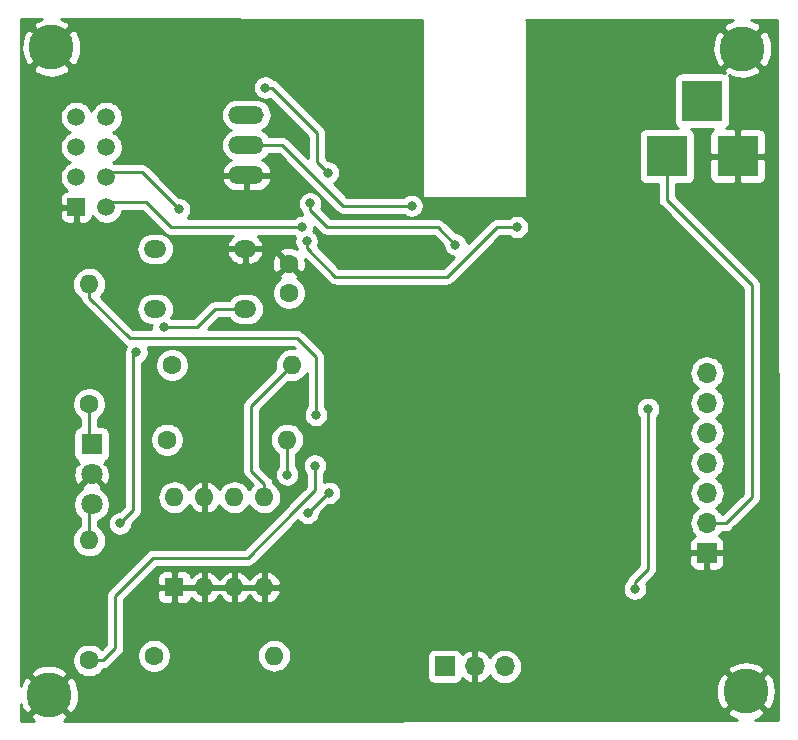
<source format=gbr>
G04 #@! TF.GenerationSoftware,KiCad,Pcbnew,(5.1.2)-2*
G04 #@! TF.CreationDate,2021-12-06T22:39:02-05:00*
G04 #@! TF.ProjectId,raspi_pico_christmas_tree,72617370-695f-4706-9963-6f5f63687269,rev?*
G04 #@! TF.SameCoordinates,Original*
G04 #@! TF.FileFunction,Copper,L2,Bot*
G04 #@! TF.FilePolarity,Positive*
%FSLAX46Y46*%
G04 Gerber Fmt 4.6, Leading zero omitted, Abs format (unit mm)*
G04 Created by KiCad (PCBNEW (5.1.2)-2) date 2021-12-06 22:39:02*
%MOMM*%
%LPD*%
G04 APERTURE LIST*
%ADD10R,1.700000X1.700000*%
%ADD11O,1.700000X1.700000*%
%ADD12C,3.800000*%
%ADD13O,1.600000X1.600000*%
%ADD14C,1.600000*%
%ADD15C,1.800000*%
%ADD16R,1.800000X1.800000*%
%ADD17R,3.500000X3.500000*%
%ADD18O,3.010000X1.510000*%
%ADD19O,1.900000X1.500000*%
%ADD20C,1.500000*%
%ADD21R,1.500000X1.500000*%
%ADD22R,1.600000X1.600000*%
%ADD23C,0.800000*%
%ADD24C,0.250000*%
%ADD25C,0.254000*%
G04 APERTURE END LIST*
D10*
X135000000Y-118200000D03*
D11*
X137540000Y-118200000D03*
X140080000Y-118200000D03*
D12*
X160500000Y-120300000D03*
X101500000Y-120600000D03*
X160200000Y-65900000D03*
X101700000Y-65800000D03*
D13*
X120560000Y-117300000D03*
D14*
X110400000Y-117300000D03*
X121800000Y-84100000D03*
X121800000Y-86600000D03*
D15*
X105100000Y-104480000D03*
X105100000Y-101940000D03*
D16*
X105100000Y-99400000D03*
D17*
X156800000Y-70300000D03*
X159800000Y-75000000D03*
X153800000Y-75000000D03*
D18*
X118200000Y-71520000D03*
X118200000Y-74060000D03*
X118200000Y-76600000D03*
D11*
X157200000Y-93360000D03*
X157200000Y-95900000D03*
X157200000Y-98440000D03*
X157200000Y-100980000D03*
X157200000Y-103520000D03*
X157200000Y-106060000D03*
D10*
X157200000Y-108600000D03*
D13*
X104900000Y-85840000D03*
D14*
X104900000Y-96000000D03*
X104900000Y-117700000D03*
D13*
X104900000Y-107540000D03*
X122060000Y-92700000D03*
D14*
X111900000Y-92700000D03*
X111500000Y-99000000D03*
D13*
X121660000Y-99000000D03*
D19*
X118110000Y-82860000D03*
X118110000Y-87940000D03*
X110490000Y-82860000D03*
X110490000Y-87940000D03*
D20*
X103800000Y-71700000D03*
X103800000Y-74240000D03*
X103800000Y-76780000D03*
D21*
X103800000Y-79320000D03*
D20*
X106340000Y-79320000D03*
X106340000Y-76780000D03*
X106340000Y-74240000D03*
X106340000Y-71700000D03*
D13*
X112100000Y-103880000D03*
X119720000Y-111500000D03*
X114640000Y-103880000D03*
X117180000Y-111500000D03*
X117180000Y-103880000D03*
X114640000Y-111500000D03*
X119720000Y-103880000D03*
D22*
X112100000Y-111500000D03*
D23*
X123450000Y-115070000D03*
X123450000Y-113800000D03*
X124720000Y-115070000D03*
X124720000Y-113800000D03*
X146990000Y-118100000D03*
X144450000Y-118100000D03*
X145720000Y-118100000D03*
X149530000Y-118100000D03*
X148260000Y-118100000D03*
X143180000Y-118100000D03*
X143180000Y-119370000D03*
X144450000Y-119370000D03*
X146990000Y-119370000D03*
X145720000Y-119370000D03*
X149530000Y-119370000D03*
X148260000Y-119370000D03*
X146990000Y-115500000D03*
X144450000Y-115500000D03*
X145720000Y-115500000D03*
X149530000Y-115500000D03*
X148260000Y-115500000D03*
X143180000Y-115500000D03*
X143180000Y-116770000D03*
X144450000Y-116770000D03*
X146990000Y-116770000D03*
X145720000Y-116770000D03*
X149530000Y-116770000D03*
X148260000Y-116770000D03*
X129190000Y-118200000D03*
X126650000Y-118200000D03*
X127920000Y-118200000D03*
X131730000Y-118200000D03*
X130460000Y-118200000D03*
X125380000Y-119470000D03*
X126650000Y-119470000D03*
X129190000Y-119470000D03*
X127920000Y-119470000D03*
X131730000Y-119470000D03*
X130460000Y-119470000D03*
X129190000Y-115700000D03*
X131730000Y-115700000D03*
X130460000Y-115700000D03*
X129190000Y-116970000D03*
X127920000Y-116970000D03*
X131730000Y-116970000D03*
X130460000Y-116970000D03*
X152060000Y-116770000D03*
X150790000Y-115500000D03*
X152060000Y-115500000D03*
X153330000Y-115500000D03*
X150790000Y-116770000D03*
X153330000Y-116770000D03*
X153330000Y-114170000D03*
X152060000Y-114170000D03*
X150790000Y-118100000D03*
X153330000Y-118100000D03*
X152060000Y-118100000D03*
X158410000Y-115300000D03*
X162220000Y-115300000D03*
X154600000Y-115300000D03*
X159680000Y-115300000D03*
X157140000Y-115300000D03*
X160950000Y-115300000D03*
X155870000Y-115300000D03*
X158410000Y-114100000D03*
X162220000Y-114100000D03*
X154600000Y-114100000D03*
X159680000Y-114100000D03*
X157140000Y-114100000D03*
X160950000Y-114100000D03*
X155870000Y-114100000D03*
X128900000Y-108300000D03*
X137600000Y-112900000D03*
X146300000Y-108400000D03*
X146300000Y-95600000D03*
X146400000Y-70300000D03*
X128600000Y-70200000D03*
X128100000Y-95500000D03*
X128200000Y-82800000D03*
X110200000Y-106100000D03*
X111470000Y-106100000D03*
X112740000Y-106100000D03*
X114010000Y-106100000D03*
X115280000Y-106100000D03*
X116550000Y-106100000D03*
X117820000Y-106100000D03*
X110200000Y-107370000D03*
X111470000Y-107370000D03*
X112740000Y-107370000D03*
X114010000Y-107370000D03*
X115280000Y-107370000D03*
X116550000Y-107370000D03*
X117820000Y-107370000D03*
X113100000Y-113800000D03*
X114500000Y-113800000D03*
X115770000Y-113800000D03*
X117040000Y-113800000D03*
X118310000Y-113800000D03*
X119580000Y-113800000D03*
X120850000Y-113800000D03*
X122120000Y-113800000D03*
X114500000Y-115070000D03*
X115770000Y-115070000D03*
X117040000Y-115070000D03*
X118310000Y-115070000D03*
X119580000Y-115070000D03*
X120850000Y-115070000D03*
X122120000Y-115070000D03*
X105080000Y-120700000D03*
X106350000Y-120700000D03*
X107620000Y-120700000D03*
X108890000Y-120700000D03*
X110160000Y-120700000D03*
X111430000Y-120700000D03*
X112700000Y-120700000D03*
X113970000Y-120700000D03*
X115240000Y-120700000D03*
X116510000Y-120700000D03*
X117780000Y-120700000D03*
X119050000Y-120700000D03*
X120320000Y-120700000D03*
X121590000Y-120700000D03*
X122860000Y-120700000D03*
X124130000Y-120700000D03*
X125400000Y-120700000D03*
X126670000Y-120700000D03*
X127940000Y-120700000D03*
X129210000Y-120700000D03*
X130480000Y-120700000D03*
X131750000Y-120700000D03*
X133020000Y-120700000D03*
X134290000Y-120700000D03*
X135560000Y-120700000D03*
X136830000Y-120700000D03*
X138100000Y-120700000D03*
X139370000Y-120700000D03*
X140640000Y-120700000D03*
X141910000Y-120700000D03*
X143180000Y-120700000D03*
X144450000Y-120700000D03*
X145720000Y-120700000D03*
X146990000Y-120700000D03*
X148260000Y-120700000D03*
X149530000Y-120700000D03*
X150800000Y-120700000D03*
X152070000Y-120700000D03*
X153340000Y-120700000D03*
X154610000Y-120700000D03*
X155880000Y-120700000D03*
X157150000Y-120700000D03*
X105080000Y-121970000D03*
X106350000Y-121970000D03*
X107620000Y-121970000D03*
X108890000Y-121970000D03*
X110160000Y-121970000D03*
X111430000Y-121970000D03*
X112700000Y-121970000D03*
X113970000Y-121970000D03*
X115240000Y-121970000D03*
X116510000Y-121970000D03*
X117780000Y-121970000D03*
X119050000Y-121970000D03*
X120320000Y-121970000D03*
X121590000Y-121970000D03*
X122860000Y-121970000D03*
X124130000Y-121970000D03*
X125400000Y-121970000D03*
X126670000Y-121970000D03*
X127940000Y-121970000D03*
X129210000Y-121970000D03*
X130480000Y-121970000D03*
X131750000Y-121970000D03*
X133020000Y-121970000D03*
X134290000Y-121970000D03*
X135560000Y-121970000D03*
X136830000Y-121970000D03*
X138100000Y-121970000D03*
X139370000Y-121970000D03*
X140640000Y-121970000D03*
X141910000Y-121970000D03*
X143180000Y-121970000D03*
X144450000Y-121970000D03*
X145720000Y-121970000D03*
X146990000Y-121970000D03*
X148260000Y-121970000D03*
X149530000Y-121970000D03*
X150800000Y-121970000D03*
X152070000Y-121970000D03*
X153340000Y-121970000D03*
X154610000Y-121970000D03*
X155880000Y-121970000D03*
X157150000Y-121970000D03*
X105080000Y-63900000D03*
X106350000Y-63900000D03*
X107620000Y-63900000D03*
X108890000Y-63900000D03*
X110160000Y-63900000D03*
X111430000Y-63900000D03*
X112700000Y-63900000D03*
X113970000Y-63900000D03*
X115240000Y-63900000D03*
X116510000Y-63900000D03*
X117780000Y-63900000D03*
X119050000Y-63900000D03*
X120320000Y-63900000D03*
X121590000Y-63900000D03*
X122860000Y-63900000D03*
X152070000Y-63900000D03*
X153340000Y-63900000D03*
X154610000Y-63900000D03*
X155880000Y-63900000D03*
X157150000Y-63900000D03*
X106350000Y-65170000D03*
X107620000Y-65170000D03*
X108890000Y-65170000D03*
X110160000Y-65170000D03*
X111430000Y-65170000D03*
X112700000Y-65170000D03*
X113970000Y-65170000D03*
X115240000Y-65170000D03*
X116510000Y-65170000D03*
X117780000Y-65170000D03*
X119050000Y-65170000D03*
X120320000Y-65170000D03*
X121590000Y-65170000D03*
X122860000Y-65170000D03*
X152070000Y-65170000D03*
X153340000Y-65170000D03*
X154610000Y-65170000D03*
X155880000Y-65170000D03*
X131200000Y-88900000D03*
X132470000Y-88900000D03*
X133740000Y-88900000D03*
X135010000Y-88900000D03*
X136280000Y-88900000D03*
X137550000Y-88900000D03*
X138820000Y-88900000D03*
X140090000Y-88900000D03*
X141360000Y-88900000D03*
X131200000Y-90170000D03*
X132470000Y-90170000D03*
X133740000Y-90170000D03*
X135010000Y-90170000D03*
X136280000Y-90170000D03*
X137550000Y-90170000D03*
X138820000Y-90170000D03*
X140090000Y-90170000D03*
X141360000Y-90170000D03*
X131200000Y-91440000D03*
X132470000Y-91440000D03*
X133740000Y-91440000D03*
X135010000Y-91440000D03*
X136280000Y-91440000D03*
X137550000Y-91440000D03*
X138820000Y-91440000D03*
X140090000Y-91440000D03*
X141360000Y-91440000D03*
X131200000Y-92710000D03*
X132470000Y-92710000D03*
X133740000Y-92710000D03*
X135010000Y-92710000D03*
X136280000Y-92710000D03*
X137550000Y-92710000D03*
X138820000Y-92710000D03*
X140090000Y-92710000D03*
X141360000Y-92710000D03*
X131200000Y-93980000D03*
X132470000Y-93980000D03*
X133740000Y-93980000D03*
X135010000Y-93980000D03*
X136280000Y-93980000D03*
X137550000Y-93980000D03*
X138820000Y-93980000D03*
X140090000Y-93980000D03*
X141360000Y-93980000D03*
X131200000Y-95250000D03*
X132470000Y-95250000D03*
X133740000Y-95250000D03*
X135010000Y-95250000D03*
X136280000Y-95250000D03*
X137550000Y-95250000D03*
X138820000Y-95250000D03*
X140090000Y-95250000D03*
X141360000Y-95250000D03*
X131200000Y-96520000D03*
X132470000Y-96520000D03*
X133740000Y-96520000D03*
X135010000Y-96520000D03*
X136280000Y-96520000D03*
X137550000Y-96520000D03*
X138820000Y-96520000D03*
X140090000Y-96520000D03*
X141360000Y-96520000D03*
X131200000Y-97790000D03*
X132470000Y-97790000D03*
X133740000Y-97790000D03*
X135010000Y-97790000D03*
X136280000Y-97790000D03*
X137550000Y-97790000D03*
X138820000Y-97790000D03*
X140090000Y-97790000D03*
X141360000Y-97790000D03*
X131200000Y-99060000D03*
X132470000Y-99060000D03*
X133740000Y-99060000D03*
X135010000Y-99060000D03*
X136280000Y-99060000D03*
X137550000Y-99060000D03*
X138820000Y-99060000D03*
X140090000Y-99060000D03*
X141360000Y-99060000D03*
X131200000Y-100330000D03*
X132470000Y-100330000D03*
X133740000Y-100330000D03*
X135010000Y-100330000D03*
X136280000Y-100330000D03*
X137550000Y-100330000D03*
X138820000Y-100330000D03*
X140090000Y-100330000D03*
X141360000Y-100330000D03*
X131200000Y-101600000D03*
X132470000Y-101600000D03*
X133740000Y-101600000D03*
X135010000Y-101600000D03*
X136280000Y-101600000D03*
X137550000Y-101600000D03*
X138820000Y-101600000D03*
X140090000Y-101600000D03*
X141360000Y-101600000D03*
X131200000Y-102870000D03*
X132470000Y-102870000D03*
X133740000Y-102870000D03*
X135010000Y-102870000D03*
X136280000Y-102870000D03*
X137550000Y-102870000D03*
X138820000Y-102870000D03*
X140090000Y-102870000D03*
X141360000Y-102870000D03*
X131200000Y-104140000D03*
X132470000Y-104140000D03*
X133740000Y-104140000D03*
X135010000Y-104140000D03*
X136280000Y-104140000D03*
X137550000Y-104140000D03*
X138820000Y-104140000D03*
X140090000Y-104140000D03*
X141360000Y-104140000D03*
X131200000Y-105410000D03*
X132470000Y-105410000D03*
X133740000Y-105410000D03*
X135010000Y-105410000D03*
X136280000Y-105410000D03*
X137550000Y-105410000D03*
X138820000Y-105410000D03*
X140090000Y-105410000D03*
X141360000Y-105410000D03*
X131200000Y-106680000D03*
X132470000Y-106680000D03*
X133740000Y-106680000D03*
X135010000Y-106680000D03*
X136280000Y-106680000D03*
X137550000Y-106680000D03*
X138820000Y-106680000D03*
X140090000Y-106680000D03*
X141360000Y-106680000D03*
X131200000Y-107950000D03*
X132470000Y-107950000D03*
X133740000Y-107950000D03*
X135010000Y-107950000D03*
X136280000Y-107950000D03*
X137550000Y-107950000D03*
X138820000Y-107950000D03*
X140090000Y-107950000D03*
X141360000Y-107950000D03*
X131200000Y-109220000D03*
X132470000Y-109220000D03*
X133740000Y-109220000D03*
X135010000Y-109220000D03*
X136280000Y-109220000D03*
X137550000Y-109220000D03*
X138820000Y-109220000D03*
X140090000Y-109220000D03*
X141360000Y-109220000D03*
X131200000Y-110490000D03*
X132470000Y-110490000D03*
X133740000Y-110490000D03*
X135010000Y-110490000D03*
X136280000Y-110490000D03*
X137550000Y-110490000D03*
X138820000Y-110490000D03*
X140090000Y-110490000D03*
X141360000Y-110490000D03*
X142600000Y-95300000D03*
X143870000Y-95300000D03*
X142600000Y-96570000D03*
X143870000Y-96570000D03*
X142600000Y-97840000D03*
X143870000Y-97840000D03*
X142600000Y-99110000D03*
X143870000Y-99110000D03*
X142600000Y-100380000D03*
X143870000Y-100380000D03*
X142600000Y-101650000D03*
X143870000Y-101650000D03*
X142600000Y-102920000D03*
X143870000Y-102920000D03*
X142600000Y-104190000D03*
X143870000Y-104190000D03*
X142600000Y-105460000D03*
X143870000Y-105460000D03*
X142600000Y-106730000D03*
X143870000Y-106730000D03*
X142600000Y-108000000D03*
X143870000Y-108000000D03*
X142600000Y-109270000D03*
X143870000Y-109270000D03*
X142600000Y-110540000D03*
X143870000Y-110540000D03*
X114200000Y-92600000D03*
X115470000Y-92600000D03*
X116740000Y-92600000D03*
X114200000Y-93870000D03*
X115470000Y-93870000D03*
X116740000Y-93870000D03*
X114200000Y-95140000D03*
X115470000Y-95140000D03*
X116740000Y-95140000D03*
X114200000Y-96410000D03*
X115470000Y-96410000D03*
X116740000Y-96410000D03*
X114200000Y-97680000D03*
X115470000Y-97680000D03*
X116740000Y-97680000D03*
X114200000Y-98950000D03*
X115470000Y-98950000D03*
X116740000Y-98950000D03*
X114200000Y-100220000D03*
X115470000Y-100220000D03*
X116740000Y-100220000D03*
X114200000Y-101490000D03*
X115470000Y-101490000D03*
X116740000Y-101490000D03*
X110800000Y-70900000D03*
X112070000Y-70900000D03*
X113340000Y-70900000D03*
X114610000Y-70900000D03*
X110800000Y-72170000D03*
X112070000Y-72170000D03*
X113340000Y-72170000D03*
X114610000Y-72170000D03*
X110800000Y-73440000D03*
X112070000Y-73440000D03*
X113340000Y-73440000D03*
X114610000Y-73440000D03*
X110800000Y-74710000D03*
X112070000Y-74710000D03*
X113340000Y-74710000D03*
X114610000Y-74710000D03*
X100000000Y-83700000D03*
X101270000Y-83700000D03*
X100000000Y-84970000D03*
X101270000Y-84970000D03*
X100000000Y-86240000D03*
X101270000Y-86240000D03*
X100000000Y-87510000D03*
X101270000Y-87510000D03*
X100000000Y-88780000D03*
X101270000Y-88780000D03*
X100000000Y-90050000D03*
X101270000Y-90050000D03*
X100000000Y-91320000D03*
X101270000Y-91320000D03*
X100000000Y-92590000D03*
X100000000Y-93860000D03*
X100000000Y-95130000D03*
X100000000Y-96400000D03*
X100000000Y-97670000D03*
X100000000Y-98940000D03*
X100000000Y-100210000D03*
X100000000Y-101480000D03*
X100000000Y-102750000D03*
X100000000Y-104020000D03*
X100000000Y-105290000D03*
X100000000Y-106560000D03*
X100000000Y-107830000D03*
X100000000Y-109100000D03*
X100000000Y-110370000D03*
X101270000Y-110370000D03*
X100000000Y-111640000D03*
X101270000Y-111640000D03*
X100000000Y-112910000D03*
X101270000Y-112910000D03*
X100000000Y-114180000D03*
X101270000Y-114180000D03*
X100000000Y-115450000D03*
X101270000Y-115450000D03*
X100000000Y-116720000D03*
X101270000Y-116720000D03*
X142600000Y-111700000D03*
X143870000Y-111700000D03*
X142600000Y-112970000D03*
X143870000Y-112970000D03*
X142600000Y-114240000D03*
X143870000Y-114240000D03*
X150780000Y-119400000D03*
X152050000Y-119400000D03*
X153320000Y-119400000D03*
X154590000Y-119400000D03*
X155860000Y-119400000D03*
X157130000Y-119400000D03*
X150400000Y-81600000D03*
X151670000Y-81600000D03*
X152940000Y-81600000D03*
X150400000Y-82870000D03*
X151670000Y-82870000D03*
X152940000Y-82870000D03*
X150400000Y-84140000D03*
X151670000Y-84140000D03*
X152940000Y-84140000D03*
X150400000Y-85410000D03*
X151670000Y-85410000D03*
X152940000Y-85410000D03*
X150400000Y-86680000D03*
X151670000Y-86680000D03*
X152940000Y-86680000D03*
X150400000Y-87950000D03*
X151670000Y-87950000D03*
X152940000Y-87950000D03*
X150400000Y-89220000D03*
X151670000Y-89220000D03*
X152940000Y-89220000D03*
X150400000Y-90490000D03*
X151670000Y-90490000D03*
X152940000Y-90490000D03*
X150400000Y-91760000D03*
X151670000Y-91760000D03*
X152940000Y-91760000D03*
X150400000Y-93030000D03*
X151670000Y-93030000D03*
X154200000Y-86700000D03*
X155470000Y-86700000D03*
X156740000Y-86700000D03*
X158010000Y-86700000D03*
X159280000Y-86700000D03*
X154200000Y-87970000D03*
X155470000Y-87970000D03*
X156740000Y-87970000D03*
X158010000Y-87970000D03*
X159280000Y-87970000D03*
X154200000Y-89240000D03*
X155470000Y-89240000D03*
X156740000Y-89240000D03*
X158010000Y-89240000D03*
X159280000Y-89240000D03*
X154200000Y-90510000D03*
X155470000Y-90510000D03*
X156740000Y-90510000D03*
X158010000Y-90510000D03*
X159280000Y-90510000D03*
X154600000Y-116500000D03*
X155870000Y-116500000D03*
X157140000Y-116500000D03*
X158410000Y-116500000D03*
X159680000Y-116500000D03*
X160950000Y-116500000D03*
X162220000Y-116500000D03*
X154600000Y-117770000D03*
X155870000Y-117770000D03*
X157140000Y-117770000D03*
X124200000Y-85800000D03*
X124200000Y-87070000D03*
X124200000Y-88340000D03*
X124200000Y-89610000D03*
X131200000Y-82800000D03*
X132500000Y-82800000D03*
X133800000Y-82800000D03*
X125200000Y-82800000D03*
X107500000Y-106100000D03*
X108900000Y-91600000D03*
X111200000Y-89500000D03*
X132200000Y-79200000D03*
X123600000Y-79000000D03*
X135900000Y-82500000D03*
X152200000Y-96400000D03*
X151100000Y-111625000D03*
X124100000Y-96900000D03*
X124000000Y-101200000D03*
X123400000Y-105200000D03*
X125200000Y-103500000D03*
X112500000Y-79500000D03*
X141100000Y-81000000D03*
X123300000Y-82200000D03*
X121660000Y-101960000D03*
X119800000Y-69200000D03*
X125100000Y-76400000D03*
X122900000Y-81000000D03*
D24*
X107500000Y-106100000D02*
X108600000Y-105000000D01*
X108600000Y-105000000D02*
X108600000Y-91900000D01*
X108600000Y-91900000D02*
X108900000Y-91600000D01*
X111200000Y-89500000D02*
X114000000Y-89500000D01*
X115560000Y-87940000D02*
X118110000Y-87940000D01*
X114000000Y-89500000D02*
X115560000Y-87940000D01*
X104600000Y-104980000D02*
X105100000Y-104480000D01*
X104900000Y-104680000D02*
X105100000Y-104480000D01*
X104900000Y-107540000D02*
X104900000Y-104680000D01*
X104900000Y-99200000D02*
X105100000Y-99400000D01*
X104900000Y-96000000D02*
X104900000Y-99200000D01*
X158402081Y-106060000D02*
X158442081Y-106100000D01*
X157200000Y-106060000D02*
X158402081Y-106060000D01*
X158442081Y-106100000D02*
X158800000Y-106100000D01*
X158800000Y-106100000D02*
X161000000Y-103900000D01*
X161000000Y-103900000D02*
X161000000Y-85900000D01*
X153800000Y-78700000D02*
X153800000Y-75000000D01*
X161000000Y-85900000D02*
X153800000Y-78700000D01*
X128900000Y-79200000D02*
X126400000Y-79200000D01*
X128900000Y-79200000D02*
X128700000Y-79200000D01*
X132200000Y-79200000D02*
X128900000Y-79200000D01*
X121260000Y-74060000D02*
X118200000Y-74060000D01*
X126400000Y-79200000D02*
X121260000Y-74060000D01*
X118200000Y-71520000D02*
X118950000Y-71520000D01*
X123600000Y-79565685D02*
X125034315Y-81000000D01*
X123600000Y-79000000D02*
X123600000Y-79565685D01*
X125034315Y-81000000D02*
X134400000Y-81000000D01*
X134400000Y-81000000D02*
X135900000Y-82500000D01*
X152200000Y-96400000D02*
X152200000Y-96965685D01*
X152200000Y-96965685D02*
X152200000Y-109900000D01*
X152200000Y-109959315D02*
X152200000Y-109900000D01*
X151100000Y-111059315D02*
X152200000Y-109959315D01*
X151100000Y-111625000D02*
X151100000Y-111059315D01*
X104900000Y-86971370D02*
X108328630Y-90400000D01*
X104900000Y-85840000D02*
X104900000Y-86971370D01*
X108328630Y-90400000D02*
X121425002Y-90400000D01*
X121425002Y-90400000D02*
X122500000Y-90400000D01*
X122500000Y-90400000D02*
X124100000Y-92000000D01*
X124100000Y-92000000D02*
X124100000Y-96900000D01*
X104900000Y-117700000D02*
X106031370Y-117700000D01*
X106031370Y-117700000D02*
X107100000Y-116631370D01*
X107100000Y-116631370D02*
X107100000Y-112200000D01*
X107100000Y-112200000D02*
X110300000Y-109000000D01*
X110300000Y-109000000D02*
X118334315Y-109000000D01*
X118334315Y-109000000D02*
X122334315Y-105000000D01*
X122334315Y-105000000D02*
X122334315Y-104965685D01*
X122334315Y-104965685D02*
X124000000Y-103300000D01*
X124000000Y-103300000D02*
X124000000Y-101200000D01*
X119720000Y-102748630D02*
X118600000Y-101628630D01*
X119720000Y-103880000D02*
X119720000Y-102748630D01*
X118600000Y-96160000D02*
X122060000Y-92700000D01*
X118600000Y-101628630D02*
X118600000Y-96160000D01*
X123400000Y-105200000D02*
X125100000Y-103500000D01*
X125100000Y-103500000D02*
X125200000Y-103500000D01*
X109370000Y-76370000D02*
X106550000Y-76370000D01*
X112500000Y-79500000D02*
X109370000Y-76370000D01*
X125734315Y-85200000D02*
X135200000Y-85200000D01*
X135200000Y-85200000D02*
X139400000Y-81000000D01*
X123300000Y-82765685D02*
X125734315Y-85200000D01*
X139400000Y-81000000D02*
X141100000Y-81000000D01*
X123300000Y-82200000D02*
X123300000Y-82765685D01*
X121660000Y-99000000D02*
X121660000Y-101960000D01*
X120365685Y-69200000D02*
X124200000Y-73034315D01*
X119800000Y-69200000D02*
X120365685Y-69200000D01*
X124200000Y-73034315D02*
X124200000Y-75500000D01*
X124200000Y-75500000D02*
X125100000Y-76400000D01*
X106550000Y-78910000D02*
X109710000Y-78910000D01*
X109710000Y-78910000D02*
X111800000Y-81000000D01*
X111800000Y-81000000D02*
X121000000Y-81000000D01*
X121000000Y-81000000D02*
X122900000Y-81000000D01*
D25*
G36*
X100917004Y-63388849D02*
G01*
X100700293Y-63457106D01*
X100307362Y-63667133D01*
X100103256Y-64023651D01*
X101700000Y-65620395D01*
X103296744Y-64023651D01*
X103092638Y-63667133D01*
X102649777Y-63436425D01*
X102495001Y-63391262D01*
X133089806Y-63438043D01*
X133082667Y-63451399D01*
X133075440Y-63475224D01*
X133073000Y-63500000D01*
X133073000Y-78400000D01*
X133075440Y-78424776D01*
X133082667Y-78448601D01*
X133094403Y-78470557D01*
X133110197Y-78489803D01*
X133129443Y-78505597D01*
X133151399Y-78517333D01*
X133175224Y-78524560D01*
X133200000Y-78527000D01*
X141800000Y-78527000D01*
X141824776Y-78524560D01*
X141848601Y-78517333D01*
X141870557Y-78505597D01*
X141889803Y-78489803D01*
X141905597Y-78470557D01*
X141917333Y-78448601D01*
X141924560Y-78424776D01*
X141927000Y-78400000D01*
X141927000Y-73250000D01*
X151411928Y-73250000D01*
X151411928Y-76750000D01*
X151424188Y-76874482D01*
X151460498Y-76994180D01*
X151519463Y-77104494D01*
X151598815Y-77201185D01*
X151695506Y-77280537D01*
X151805820Y-77339502D01*
X151925518Y-77375812D01*
X152050000Y-77388072D01*
X153040000Y-77388072D01*
X153040000Y-78662677D01*
X153036324Y-78700000D01*
X153040000Y-78737322D01*
X153040000Y-78737332D01*
X153050997Y-78848985D01*
X153085482Y-78962668D01*
X153094454Y-78992246D01*
X153165026Y-79124276D01*
X153179087Y-79141409D01*
X153259999Y-79240001D01*
X153289003Y-79263804D01*
X160240001Y-86214803D01*
X160240000Y-103585198D01*
X158517507Y-105307692D01*
X158479716Y-105303969D01*
X158440706Y-105230986D01*
X158255134Y-105004866D01*
X158029014Y-104819294D01*
X157974209Y-104790000D01*
X158029014Y-104760706D01*
X158255134Y-104575134D01*
X158440706Y-104349014D01*
X158578599Y-104091034D01*
X158663513Y-103811111D01*
X158692185Y-103520000D01*
X158663513Y-103228889D01*
X158578599Y-102948966D01*
X158440706Y-102690986D01*
X158255134Y-102464866D01*
X158029014Y-102279294D01*
X157974209Y-102250000D01*
X158029014Y-102220706D01*
X158255134Y-102035134D01*
X158440706Y-101809014D01*
X158578599Y-101551034D01*
X158663513Y-101271111D01*
X158692185Y-100980000D01*
X158663513Y-100688889D01*
X158578599Y-100408966D01*
X158440706Y-100150986D01*
X158255134Y-99924866D01*
X158029014Y-99739294D01*
X157974209Y-99710000D01*
X158029014Y-99680706D01*
X158255134Y-99495134D01*
X158440706Y-99269014D01*
X158578599Y-99011034D01*
X158663513Y-98731111D01*
X158692185Y-98440000D01*
X158663513Y-98148889D01*
X158578599Y-97868966D01*
X158440706Y-97610986D01*
X158255134Y-97384866D01*
X158029014Y-97199294D01*
X157974209Y-97170000D01*
X158029014Y-97140706D01*
X158255134Y-96955134D01*
X158440706Y-96729014D01*
X158578599Y-96471034D01*
X158663513Y-96191111D01*
X158692185Y-95900000D01*
X158663513Y-95608889D01*
X158578599Y-95328966D01*
X158440706Y-95070986D01*
X158255134Y-94844866D01*
X158029014Y-94659294D01*
X157974209Y-94630000D01*
X158029014Y-94600706D01*
X158255134Y-94415134D01*
X158440706Y-94189014D01*
X158578599Y-93931034D01*
X158663513Y-93651111D01*
X158692185Y-93360000D01*
X158663513Y-93068889D01*
X158578599Y-92788966D01*
X158440706Y-92530986D01*
X158255134Y-92304866D01*
X158029014Y-92119294D01*
X157771034Y-91981401D01*
X157491111Y-91896487D01*
X157272950Y-91875000D01*
X157127050Y-91875000D01*
X156908889Y-91896487D01*
X156628966Y-91981401D01*
X156370986Y-92119294D01*
X156144866Y-92304866D01*
X155959294Y-92530986D01*
X155821401Y-92788966D01*
X155736487Y-93068889D01*
X155707815Y-93360000D01*
X155736487Y-93651111D01*
X155821401Y-93931034D01*
X155959294Y-94189014D01*
X156144866Y-94415134D01*
X156370986Y-94600706D01*
X156425791Y-94630000D01*
X156370986Y-94659294D01*
X156144866Y-94844866D01*
X155959294Y-95070986D01*
X155821401Y-95328966D01*
X155736487Y-95608889D01*
X155707815Y-95900000D01*
X155736487Y-96191111D01*
X155821401Y-96471034D01*
X155959294Y-96729014D01*
X156144866Y-96955134D01*
X156370986Y-97140706D01*
X156425791Y-97170000D01*
X156370986Y-97199294D01*
X156144866Y-97384866D01*
X155959294Y-97610986D01*
X155821401Y-97868966D01*
X155736487Y-98148889D01*
X155707815Y-98440000D01*
X155736487Y-98731111D01*
X155821401Y-99011034D01*
X155959294Y-99269014D01*
X156144866Y-99495134D01*
X156370986Y-99680706D01*
X156425791Y-99710000D01*
X156370986Y-99739294D01*
X156144866Y-99924866D01*
X155959294Y-100150986D01*
X155821401Y-100408966D01*
X155736487Y-100688889D01*
X155707815Y-100980000D01*
X155736487Y-101271111D01*
X155821401Y-101551034D01*
X155959294Y-101809014D01*
X156144866Y-102035134D01*
X156370986Y-102220706D01*
X156425791Y-102250000D01*
X156370986Y-102279294D01*
X156144866Y-102464866D01*
X155959294Y-102690986D01*
X155821401Y-102948966D01*
X155736487Y-103228889D01*
X155707815Y-103520000D01*
X155736487Y-103811111D01*
X155821401Y-104091034D01*
X155959294Y-104349014D01*
X156144866Y-104575134D01*
X156370986Y-104760706D01*
X156425791Y-104790000D01*
X156370986Y-104819294D01*
X156144866Y-105004866D01*
X155959294Y-105230986D01*
X155821401Y-105488966D01*
X155736487Y-105768889D01*
X155707815Y-106060000D01*
X155736487Y-106351111D01*
X155821401Y-106631034D01*
X155959294Y-106889014D01*
X156144866Y-107115134D01*
X156174687Y-107139607D01*
X156105820Y-107160498D01*
X155995506Y-107219463D01*
X155898815Y-107298815D01*
X155819463Y-107395506D01*
X155760498Y-107505820D01*
X155724188Y-107625518D01*
X155711928Y-107750000D01*
X155715000Y-108314250D01*
X155873750Y-108473000D01*
X157073000Y-108473000D01*
X157073000Y-108453000D01*
X157327000Y-108453000D01*
X157327000Y-108473000D01*
X158526250Y-108473000D01*
X158685000Y-108314250D01*
X158688072Y-107750000D01*
X158675812Y-107625518D01*
X158639502Y-107505820D01*
X158580537Y-107395506D01*
X158501185Y-107298815D01*
X158404494Y-107219463D01*
X158294180Y-107160498D01*
X158225313Y-107139607D01*
X158255134Y-107115134D01*
X158440706Y-106889014D01*
X158454925Y-106862412D01*
X158479414Y-106860000D01*
X158762678Y-106860000D01*
X158800000Y-106863676D01*
X158837322Y-106860000D01*
X158837333Y-106860000D01*
X158948986Y-106849003D01*
X159092247Y-106805546D01*
X159224276Y-106734974D01*
X159340001Y-106640001D01*
X159363804Y-106610997D01*
X161511004Y-104463798D01*
X161540001Y-104440001D01*
X161634974Y-104324276D01*
X161705546Y-104192247D01*
X161749003Y-104048986D01*
X161760000Y-103937333D01*
X161760000Y-103937323D01*
X161763676Y-103900000D01*
X161760000Y-103862677D01*
X161760000Y-85937325D01*
X161763676Y-85900000D01*
X161760000Y-85862675D01*
X161760000Y-85862667D01*
X161749003Y-85751014D01*
X161705546Y-85607753D01*
X161634974Y-85475724D01*
X161540001Y-85359999D01*
X161511003Y-85336201D01*
X154560000Y-78385199D01*
X154560000Y-77388072D01*
X155550000Y-77388072D01*
X155674482Y-77375812D01*
X155794180Y-77339502D01*
X155904494Y-77280537D01*
X156001185Y-77201185D01*
X156080537Y-77104494D01*
X156139502Y-76994180D01*
X156175812Y-76874482D01*
X156188072Y-76750000D01*
X157411928Y-76750000D01*
X157424188Y-76874482D01*
X157460498Y-76994180D01*
X157519463Y-77104494D01*
X157598815Y-77201185D01*
X157695506Y-77280537D01*
X157805820Y-77339502D01*
X157925518Y-77375812D01*
X158050000Y-77388072D01*
X159514250Y-77385000D01*
X159673000Y-77226250D01*
X159673000Y-75127000D01*
X159927000Y-75127000D01*
X159927000Y-77226250D01*
X160085750Y-77385000D01*
X161550000Y-77388072D01*
X161674482Y-77375812D01*
X161794180Y-77339502D01*
X161904494Y-77280537D01*
X162001185Y-77201185D01*
X162080537Y-77104494D01*
X162139502Y-76994180D01*
X162175812Y-76874482D01*
X162188072Y-76750000D01*
X162185000Y-75285750D01*
X162026250Y-75127000D01*
X159927000Y-75127000D01*
X159673000Y-75127000D01*
X157573750Y-75127000D01*
X157415000Y-75285750D01*
X157411928Y-76750000D01*
X156188072Y-76750000D01*
X156188072Y-73250000D01*
X156175812Y-73125518D01*
X156139502Y-73005820D01*
X156080537Y-72895506D01*
X156001185Y-72798815D01*
X155904494Y-72719463D01*
X155845767Y-72688072D01*
X157754233Y-72688072D01*
X157695506Y-72719463D01*
X157598815Y-72798815D01*
X157519463Y-72895506D01*
X157460498Y-73005820D01*
X157424188Y-73125518D01*
X157411928Y-73250000D01*
X157415000Y-74714250D01*
X157573750Y-74873000D01*
X159673000Y-74873000D01*
X159673000Y-72773750D01*
X159927000Y-72773750D01*
X159927000Y-74873000D01*
X162026250Y-74873000D01*
X162185000Y-74714250D01*
X162188072Y-73250000D01*
X162175812Y-73125518D01*
X162139502Y-73005820D01*
X162080537Y-72895506D01*
X162001185Y-72798815D01*
X161904494Y-72719463D01*
X161794180Y-72660498D01*
X161674482Y-72624188D01*
X161550000Y-72611928D01*
X160085750Y-72615000D01*
X159927000Y-72773750D01*
X159673000Y-72773750D01*
X159514250Y-72615000D01*
X158842655Y-72613591D01*
X158904494Y-72580537D01*
X159001185Y-72501185D01*
X159080537Y-72404494D01*
X159139502Y-72294180D01*
X159175812Y-72174482D01*
X159188072Y-72050000D01*
X159188072Y-68550000D01*
X159175812Y-68425518D01*
X159139502Y-68305820D01*
X159080537Y-68195506D01*
X159051394Y-68159995D01*
X159250223Y-68263575D01*
X159729583Y-68403452D01*
X160227021Y-68447123D01*
X160723422Y-68392909D01*
X161199707Y-68242894D01*
X161592638Y-68032867D01*
X161796744Y-67676349D01*
X160200000Y-66079605D01*
X158603256Y-67676349D01*
X158759994Y-67950128D01*
X158674482Y-67924188D01*
X158550000Y-67911928D01*
X155050000Y-67911928D01*
X154925518Y-67924188D01*
X154805820Y-67960498D01*
X154695506Y-68019463D01*
X154598815Y-68098815D01*
X154519463Y-68195506D01*
X154460498Y-68305820D01*
X154424188Y-68425518D01*
X154411928Y-68550000D01*
X154411928Y-72050000D01*
X154424188Y-72174482D01*
X154460498Y-72294180D01*
X154519463Y-72404494D01*
X154598815Y-72501185D01*
X154695506Y-72580537D01*
X154754233Y-72611928D01*
X152050000Y-72611928D01*
X151925518Y-72624188D01*
X151805820Y-72660498D01*
X151695506Y-72719463D01*
X151598815Y-72798815D01*
X151519463Y-72895506D01*
X151460498Y-73005820D01*
X151424188Y-73125518D01*
X151411928Y-73250000D01*
X141927000Y-73250000D01*
X141927000Y-65927021D01*
X157652877Y-65927021D01*
X157707091Y-66423422D01*
X157857106Y-66899707D01*
X158067133Y-67292638D01*
X158423651Y-67496744D01*
X160020395Y-65900000D01*
X160379605Y-65900000D01*
X161976349Y-67496744D01*
X162332867Y-67292638D01*
X162563575Y-66849777D01*
X162703452Y-66370417D01*
X162747123Y-65872979D01*
X162692909Y-65376578D01*
X162542894Y-64900293D01*
X162332867Y-64507362D01*
X161976349Y-64303256D01*
X160379605Y-65900000D01*
X160020395Y-65900000D01*
X158423651Y-64303256D01*
X158067133Y-64507362D01*
X157836425Y-64950223D01*
X157696548Y-65429583D01*
X157652877Y-65927021D01*
X141927000Y-65927021D01*
X141927000Y-63500000D01*
X141924560Y-63475224D01*
X141917376Y-63451540D01*
X159450339Y-63478349D01*
X159200293Y-63557106D01*
X158807362Y-63767133D01*
X158603256Y-64123651D01*
X160200000Y-65720395D01*
X161796744Y-64123651D01*
X161592638Y-63767133D01*
X161149777Y-63536425D01*
X160958655Y-63480656D01*
X163116128Y-63483954D01*
X163213871Y-122716047D01*
X161257971Y-122719033D01*
X161499707Y-122642894D01*
X161892638Y-122432867D01*
X162096744Y-122076349D01*
X160500000Y-120479605D01*
X158903256Y-122076349D01*
X159107362Y-122432867D01*
X159550223Y-122663575D01*
X159748179Y-122721338D01*
X102751407Y-122808357D01*
X102892638Y-122732867D01*
X103096744Y-122376349D01*
X101500000Y-120779605D01*
X99903256Y-122376349D01*
X100107362Y-122732867D01*
X100259573Y-122812161D01*
X99085000Y-122813954D01*
X99085000Y-121370777D01*
X99157106Y-121599707D01*
X99367133Y-121992638D01*
X99723651Y-122196744D01*
X101320395Y-120600000D01*
X101679605Y-120600000D01*
X103276349Y-122196744D01*
X103632867Y-121992638D01*
X103863575Y-121549777D01*
X104003452Y-121070417D01*
X104047123Y-120572979D01*
X104020261Y-120327021D01*
X157952877Y-120327021D01*
X158007091Y-120823422D01*
X158157106Y-121299707D01*
X158367133Y-121692638D01*
X158723651Y-121896744D01*
X160320395Y-120300000D01*
X160679605Y-120300000D01*
X162276349Y-121896744D01*
X162632867Y-121692638D01*
X162863575Y-121249777D01*
X163003452Y-120770417D01*
X163047123Y-120272979D01*
X162992909Y-119776578D01*
X162842894Y-119300293D01*
X162632867Y-118907362D01*
X162276349Y-118703256D01*
X160679605Y-120300000D01*
X160320395Y-120300000D01*
X158723651Y-118703256D01*
X158367133Y-118907362D01*
X158136425Y-119350223D01*
X157996548Y-119829583D01*
X157952877Y-120327021D01*
X104020261Y-120327021D01*
X103992909Y-120076578D01*
X103842894Y-119600293D01*
X103632867Y-119207362D01*
X103276349Y-119003256D01*
X101679605Y-120600000D01*
X101320395Y-120600000D01*
X99723651Y-119003256D01*
X99367133Y-119207362D01*
X99136425Y-119650223D01*
X99085000Y-119826457D01*
X99085000Y-118823651D01*
X99903256Y-118823651D01*
X101500000Y-120420395D01*
X103096744Y-118823651D01*
X102892638Y-118467133D01*
X102449777Y-118236425D01*
X101970417Y-118096548D01*
X101472979Y-118052877D01*
X100976578Y-118107091D01*
X100500293Y-118257106D01*
X100107362Y-118467133D01*
X99903256Y-118823651D01*
X99085000Y-118823651D01*
X99085000Y-117558665D01*
X103465000Y-117558665D01*
X103465000Y-117841335D01*
X103520147Y-118118574D01*
X103628320Y-118379727D01*
X103785363Y-118614759D01*
X103985241Y-118814637D01*
X104220273Y-118971680D01*
X104481426Y-119079853D01*
X104758665Y-119135000D01*
X105041335Y-119135000D01*
X105318574Y-119079853D01*
X105579727Y-118971680D01*
X105814759Y-118814637D01*
X106014637Y-118614759D01*
X106121519Y-118454798D01*
X106180356Y-118449003D01*
X106323617Y-118405546D01*
X106455646Y-118334974D01*
X106571371Y-118240001D01*
X106595174Y-118210998D01*
X107611004Y-117195168D01*
X107640001Y-117171371D01*
X107650428Y-117158665D01*
X108965000Y-117158665D01*
X108965000Y-117441335D01*
X109020147Y-117718574D01*
X109128320Y-117979727D01*
X109285363Y-118214759D01*
X109485241Y-118414637D01*
X109720273Y-118571680D01*
X109981426Y-118679853D01*
X110258665Y-118735000D01*
X110541335Y-118735000D01*
X110818574Y-118679853D01*
X111079727Y-118571680D01*
X111314759Y-118414637D01*
X111514637Y-118214759D01*
X111671680Y-117979727D01*
X111779853Y-117718574D01*
X111835000Y-117441335D01*
X111835000Y-117300000D01*
X119118057Y-117300000D01*
X119145764Y-117581309D01*
X119227818Y-117851808D01*
X119361068Y-118101101D01*
X119540392Y-118319608D01*
X119758899Y-118498932D01*
X120008192Y-118632182D01*
X120278691Y-118714236D01*
X120489508Y-118735000D01*
X120630492Y-118735000D01*
X120841309Y-118714236D01*
X121111808Y-118632182D01*
X121361101Y-118498932D01*
X121579608Y-118319608D01*
X121758932Y-118101101D01*
X121892182Y-117851808D01*
X121974236Y-117581309D01*
X121997018Y-117350000D01*
X133511928Y-117350000D01*
X133511928Y-119050000D01*
X133524188Y-119174482D01*
X133560498Y-119294180D01*
X133619463Y-119404494D01*
X133698815Y-119501185D01*
X133795506Y-119580537D01*
X133905820Y-119639502D01*
X134025518Y-119675812D01*
X134150000Y-119688072D01*
X135850000Y-119688072D01*
X135974482Y-119675812D01*
X136094180Y-119639502D01*
X136204494Y-119580537D01*
X136301185Y-119501185D01*
X136380537Y-119404494D01*
X136439502Y-119294180D01*
X136463966Y-119213534D01*
X136539731Y-119297588D01*
X136773080Y-119471641D01*
X137035901Y-119596825D01*
X137183110Y-119641476D01*
X137413000Y-119520155D01*
X137413000Y-118327000D01*
X137393000Y-118327000D01*
X137393000Y-118073000D01*
X137413000Y-118073000D01*
X137413000Y-116879845D01*
X137667000Y-116879845D01*
X137667000Y-118073000D01*
X137687000Y-118073000D01*
X137687000Y-118327000D01*
X137667000Y-118327000D01*
X137667000Y-119520155D01*
X137896890Y-119641476D01*
X138044099Y-119596825D01*
X138306920Y-119471641D01*
X138540269Y-119297588D01*
X138735178Y-119081355D01*
X138804799Y-118964477D01*
X138839294Y-119029014D01*
X139024866Y-119255134D01*
X139250986Y-119440706D01*
X139508966Y-119578599D01*
X139788889Y-119663513D01*
X140007050Y-119685000D01*
X140152950Y-119685000D01*
X140371111Y-119663513D01*
X140651034Y-119578599D01*
X140909014Y-119440706D01*
X141135134Y-119255134D01*
X141320706Y-119029014D01*
X141458599Y-118771034D01*
X141533642Y-118523651D01*
X158903256Y-118523651D01*
X160500000Y-120120395D01*
X162096744Y-118523651D01*
X161892638Y-118167133D01*
X161449777Y-117936425D01*
X160970417Y-117796548D01*
X160472979Y-117752877D01*
X159976578Y-117807091D01*
X159500293Y-117957106D01*
X159107362Y-118167133D01*
X158903256Y-118523651D01*
X141533642Y-118523651D01*
X141543513Y-118491111D01*
X141572185Y-118200000D01*
X141543513Y-117908889D01*
X141458599Y-117628966D01*
X141320706Y-117370986D01*
X141135134Y-117144866D01*
X140909014Y-116959294D01*
X140651034Y-116821401D01*
X140371111Y-116736487D01*
X140152950Y-116715000D01*
X140007050Y-116715000D01*
X139788889Y-116736487D01*
X139508966Y-116821401D01*
X139250986Y-116959294D01*
X139024866Y-117144866D01*
X138839294Y-117370986D01*
X138804799Y-117435523D01*
X138735178Y-117318645D01*
X138540269Y-117102412D01*
X138306920Y-116928359D01*
X138044099Y-116803175D01*
X137896890Y-116758524D01*
X137667000Y-116879845D01*
X137413000Y-116879845D01*
X137183110Y-116758524D01*
X137035901Y-116803175D01*
X136773080Y-116928359D01*
X136539731Y-117102412D01*
X136463966Y-117186466D01*
X136439502Y-117105820D01*
X136380537Y-116995506D01*
X136301185Y-116898815D01*
X136204494Y-116819463D01*
X136094180Y-116760498D01*
X135974482Y-116724188D01*
X135850000Y-116711928D01*
X134150000Y-116711928D01*
X134025518Y-116724188D01*
X133905820Y-116760498D01*
X133795506Y-116819463D01*
X133698815Y-116898815D01*
X133619463Y-116995506D01*
X133560498Y-117105820D01*
X133524188Y-117225518D01*
X133511928Y-117350000D01*
X121997018Y-117350000D01*
X122001943Y-117300000D01*
X121974236Y-117018691D01*
X121892182Y-116748192D01*
X121758932Y-116498899D01*
X121579608Y-116280392D01*
X121361101Y-116101068D01*
X121111808Y-115967818D01*
X120841309Y-115885764D01*
X120630492Y-115865000D01*
X120489508Y-115865000D01*
X120278691Y-115885764D01*
X120008192Y-115967818D01*
X119758899Y-116101068D01*
X119540392Y-116280392D01*
X119361068Y-116498899D01*
X119227818Y-116748192D01*
X119145764Y-117018691D01*
X119118057Y-117300000D01*
X111835000Y-117300000D01*
X111835000Y-117158665D01*
X111779853Y-116881426D01*
X111671680Y-116620273D01*
X111514637Y-116385241D01*
X111314759Y-116185363D01*
X111079727Y-116028320D01*
X110818574Y-115920147D01*
X110541335Y-115865000D01*
X110258665Y-115865000D01*
X109981426Y-115920147D01*
X109720273Y-116028320D01*
X109485241Y-116185363D01*
X109285363Y-116385241D01*
X109128320Y-116620273D01*
X109020147Y-116881426D01*
X108965000Y-117158665D01*
X107650428Y-117158665D01*
X107666332Y-117139287D01*
X107734974Y-117055647D01*
X107805546Y-116923617D01*
X107837140Y-116819463D01*
X107849003Y-116780356D01*
X107860000Y-116668703D01*
X107860000Y-116668694D01*
X107863676Y-116631371D01*
X107860000Y-116594048D01*
X107860000Y-112514801D01*
X108074801Y-112300000D01*
X110661928Y-112300000D01*
X110674188Y-112424482D01*
X110710498Y-112544180D01*
X110769463Y-112654494D01*
X110848815Y-112751185D01*
X110945506Y-112830537D01*
X111055820Y-112889502D01*
X111175518Y-112925812D01*
X111300000Y-112938072D01*
X111814250Y-112935000D01*
X111973000Y-112776250D01*
X111973000Y-111627000D01*
X112227000Y-111627000D01*
X112227000Y-112776250D01*
X112385750Y-112935000D01*
X112900000Y-112938072D01*
X113024482Y-112925812D01*
X113144180Y-112889502D01*
X113254494Y-112830537D01*
X113351185Y-112751185D01*
X113430537Y-112654494D01*
X113489502Y-112544180D01*
X113525812Y-112424482D01*
X113528231Y-112399920D01*
X113676586Y-112563519D01*
X113902580Y-112731037D01*
X114156913Y-112851246D01*
X114290961Y-112891904D01*
X114513000Y-112769915D01*
X114513000Y-111627000D01*
X114767000Y-111627000D01*
X114767000Y-112769915D01*
X114989039Y-112891904D01*
X115123087Y-112851246D01*
X115377420Y-112731037D01*
X115603414Y-112563519D01*
X115792385Y-112355131D01*
X115910000Y-112159018D01*
X116027615Y-112355131D01*
X116216586Y-112563519D01*
X116442580Y-112731037D01*
X116696913Y-112851246D01*
X116830961Y-112891904D01*
X117053000Y-112769915D01*
X117053000Y-111627000D01*
X117307000Y-111627000D01*
X117307000Y-112769915D01*
X117529039Y-112891904D01*
X117663087Y-112851246D01*
X117917420Y-112731037D01*
X118143414Y-112563519D01*
X118332385Y-112355131D01*
X118450000Y-112159018D01*
X118567615Y-112355131D01*
X118756586Y-112563519D01*
X118982580Y-112731037D01*
X119236913Y-112851246D01*
X119370961Y-112891904D01*
X119593000Y-112769915D01*
X119593000Y-111627000D01*
X119847000Y-111627000D01*
X119847000Y-112769915D01*
X120069039Y-112891904D01*
X120203087Y-112851246D01*
X120457420Y-112731037D01*
X120683414Y-112563519D01*
X120872385Y-112355131D01*
X121017070Y-112113881D01*
X121111909Y-111849040D01*
X120990624Y-111627000D01*
X119847000Y-111627000D01*
X119593000Y-111627000D01*
X117307000Y-111627000D01*
X117053000Y-111627000D01*
X114767000Y-111627000D01*
X114513000Y-111627000D01*
X112227000Y-111627000D01*
X111973000Y-111627000D01*
X110823750Y-111627000D01*
X110665000Y-111785750D01*
X110661928Y-112300000D01*
X108074801Y-112300000D01*
X108851740Y-111523061D01*
X150065000Y-111523061D01*
X150065000Y-111726939D01*
X150104774Y-111926898D01*
X150182795Y-112115256D01*
X150296063Y-112284774D01*
X150440226Y-112428937D01*
X150609744Y-112542205D01*
X150798102Y-112620226D01*
X150998061Y-112660000D01*
X151201939Y-112660000D01*
X151401898Y-112620226D01*
X151590256Y-112542205D01*
X151759774Y-112428937D01*
X151903937Y-112284774D01*
X152017205Y-112115256D01*
X152095226Y-111926898D01*
X152135000Y-111726939D01*
X152135000Y-111523061D01*
X152095226Y-111323102D01*
X152041271Y-111192845D01*
X152711004Y-110523113D01*
X152740001Y-110499316D01*
X152788680Y-110440001D01*
X152834974Y-110383592D01*
X152905546Y-110251562D01*
X152912061Y-110230085D01*
X152949003Y-110108301D01*
X152960000Y-109996648D01*
X152960000Y-109996638D01*
X152963676Y-109959315D01*
X152960000Y-109921992D01*
X152960000Y-109450000D01*
X155711928Y-109450000D01*
X155724188Y-109574482D01*
X155760498Y-109694180D01*
X155819463Y-109804494D01*
X155898815Y-109901185D01*
X155995506Y-109980537D01*
X156105820Y-110039502D01*
X156225518Y-110075812D01*
X156350000Y-110088072D01*
X156914250Y-110085000D01*
X157073000Y-109926250D01*
X157073000Y-108727000D01*
X157327000Y-108727000D01*
X157327000Y-109926250D01*
X157485750Y-110085000D01*
X158050000Y-110088072D01*
X158174482Y-110075812D01*
X158294180Y-110039502D01*
X158404494Y-109980537D01*
X158501185Y-109901185D01*
X158580537Y-109804494D01*
X158639502Y-109694180D01*
X158675812Y-109574482D01*
X158688072Y-109450000D01*
X158685000Y-108885750D01*
X158526250Y-108727000D01*
X157327000Y-108727000D01*
X157073000Y-108727000D01*
X155873750Y-108727000D01*
X155715000Y-108885750D01*
X155711928Y-109450000D01*
X152960000Y-109450000D01*
X152960000Y-97103711D01*
X153003937Y-97059774D01*
X153117205Y-96890256D01*
X153195226Y-96701898D01*
X153235000Y-96501939D01*
X153235000Y-96298061D01*
X153195226Y-96098102D01*
X153117205Y-95909744D01*
X153003937Y-95740226D01*
X152859774Y-95596063D01*
X152690256Y-95482795D01*
X152501898Y-95404774D01*
X152301939Y-95365000D01*
X152098061Y-95365000D01*
X151898102Y-95404774D01*
X151709744Y-95482795D01*
X151540226Y-95596063D01*
X151396063Y-95740226D01*
X151282795Y-95909744D01*
X151204774Y-96098102D01*
X151165000Y-96298061D01*
X151165000Y-96501939D01*
X151204774Y-96701898D01*
X151282795Y-96890256D01*
X151396063Y-97059774D01*
X151440000Y-97103711D01*
X151440001Y-109644512D01*
X150588998Y-110495516D01*
X150560000Y-110519314D01*
X150536202Y-110548312D01*
X150536201Y-110548313D01*
X150465026Y-110635039D01*
X150426137Y-110707795D01*
X150394454Y-110767068D01*
X150351013Y-110910276D01*
X150296063Y-110965226D01*
X150182795Y-111134744D01*
X150104774Y-111323102D01*
X150065000Y-111523061D01*
X108851740Y-111523061D01*
X109674802Y-110700000D01*
X110661928Y-110700000D01*
X110665000Y-111214250D01*
X110823750Y-111373000D01*
X111973000Y-111373000D01*
X111973000Y-110223750D01*
X112227000Y-110223750D01*
X112227000Y-111373000D01*
X114513000Y-111373000D01*
X114513000Y-110230085D01*
X114767000Y-110230085D01*
X114767000Y-111373000D01*
X117053000Y-111373000D01*
X117053000Y-110230085D01*
X117307000Y-110230085D01*
X117307000Y-111373000D01*
X119593000Y-111373000D01*
X119593000Y-110230085D01*
X119847000Y-110230085D01*
X119847000Y-111373000D01*
X120990624Y-111373000D01*
X121111909Y-111150960D01*
X121017070Y-110886119D01*
X120872385Y-110644869D01*
X120683414Y-110436481D01*
X120457420Y-110268963D01*
X120203087Y-110148754D01*
X120069039Y-110108096D01*
X119847000Y-110230085D01*
X119593000Y-110230085D01*
X119370961Y-110108096D01*
X119236913Y-110148754D01*
X118982580Y-110268963D01*
X118756586Y-110436481D01*
X118567615Y-110644869D01*
X118450000Y-110840982D01*
X118332385Y-110644869D01*
X118143414Y-110436481D01*
X117917420Y-110268963D01*
X117663087Y-110148754D01*
X117529039Y-110108096D01*
X117307000Y-110230085D01*
X117053000Y-110230085D01*
X116830961Y-110108096D01*
X116696913Y-110148754D01*
X116442580Y-110268963D01*
X116216586Y-110436481D01*
X116027615Y-110644869D01*
X115910000Y-110840982D01*
X115792385Y-110644869D01*
X115603414Y-110436481D01*
X115377420Y-110268963D01*
X115123087Y-110148754D01*
X114989039Y-110108096D01*
X114767000Y-110230085D01*
X114513000Y-110230085D01*
X114290961Y-110108096D01*
X114156913Y-110148754D01*
X113902580Y-110268963D01*
X113676586Y-110436481D01*
X113528231Y-110600080D01*
X113525812Y-110575518D01*
X113489502Y-110455820D01*
X113430537Y-110345506D01*
X113351185Y-110248815D01*
X113254494Y-110169463D01*
X113144180Y-110110498D01*
X113024482Y-110074188D01*
X112900000Y-110061928D01*
X112385750Y-110065000D01*
X112227000Y-110223750D01*
X111973000Y-110223750D01*
X111814250Y-110065000D01*
X111300000Y-110061928D01*
X111175518Y-110074188D01*
X111055820Y-110110498D01*
X110945506Y-110169463D01*
X110848815Y-110248815D01*
X110769463Y-110345506D01*
X110710498Y-110455820D01*
X110674188Y-110575518D01*
X110661928Y-110700000D01*
X109674802Y-110700000D01*
X110614803Y-109760000D01*
X118296993Y-109760000D01*
X118334315Y-109763676D01*
X118371637Y-109760000D01*
X118371648Y-109760000D01*
X118483301Y-109749003D01*
X118626562Y-109705546D01*
X118758591Y-109634974D01*
X118874316Y-109540001D01*
X118898119Y-109510997D01*
X122577350Y-105831767D01*
X122596063Y-105859774D01*
X122740226Y-106003937D01*
X122909744Y-106117205D01*
X123098102Y-106195226D01*
X123298061Y-106235000D01*
X123501939Y-106235000D01*
X123701898Y-106195226D01*
X123890256Y-106117205D01*
X124059774Y-106003937D01*
X124203937Y-105859774D01*
X124317205Y-105690256D01*
X124395226Y-105501898D01*
X124435000Y-105301939D01*
X124435000Y-105239801D01*
X125139802Y-104535000D01*
X125301939Y-104535000D01*
X125501898Y-104495226D01*
X125690256Y-104417205D01*
X125859774Y-104303937D01*
X126003937Y-104159774D01*
X126117205Y-103990256D01*
X126195226Y-103801898D01*
X126235000Y-103601939D01*
X126235000Y-103398061D01*
X126195226Y-103198102D01*
X126117205Y-103009744D01*
X126003937Y-102840226D01*
X125859774Y-102696063D01*
X125690256Y-102582795D01*
X125501898Y-102504774D01*
X125301939Y-102465000D01*
X125098061Y-102465000D01*
X124898102Y-102504774D01*
X124760000Y-102561978D01*
X124760000Y-101903711D01*
X124803937Y-101859774D01*
X124917205Y-101690256D01*
X124995226Y-101501898D01*
X125035000Y-101301939D01*
X125035000Y-101098061D01*
X124995226Y-100898102D01*
X124917205Y-100709744D01*
X124803937Y-100540226D01*
X124659774Y-100396063D01*
X124490256Y-100282795D01*
X124301898Y-100204774D01*
X124101939Y-100165000D01*
X123898061Y-100165000D01*
X123698102Y-100204774D01*
X123509744Y-100282795D01*
X123340226Y-100396063D01*
X123196063Y-100540226D01*
X123082795Y-100709744D01*
X123004774Y-100898102D01*
X122965000Y-101098061D01*
X122965000Y-101301939D01*
X123004774Y-101501898D01*
X123082795Y-101690256D01*
X123196063Y-101859774D01*
X123240001Y-101903712D01*
X123240000Y-102985198D01*
X121823316Y-104401883D01*
X121794314Y-104425684D01*
X121699341Y-104541409D01*
X121677795Y-104581718D01*
X118019514Y-108240000D01*
X110337322Y-108240000D01*
X110299999Y-108236324D01*
X110262676Y-108240000D01*
X110262667Y-108240000D01*
X110151014Y-108250997D01*
X110007753Y-108294454D01*
X109875724Y-108365026D01*
X109875722Y-108365027D01*
X109875723Y-108365027D01*
X109788996Y-108436201D01*
X109788992Y-108436205D01*
X109759999Y-108459999D01*
X109736205Y-108488992D01*
X106588998Y-111636201D01*
X106560000Y-111659999D01*
X106536202Y-111688997D01*
X106536201Y-111688998D01*
X106465026Y-111775724D01*
X106394454Y-111907754D01*
X106350998Y-112051015D01*
X106336324Y-112200000D01*
X106340001Y-112237332D01*
X106340000Y-116316568D01*
X105942982Y-116713586D01*
X105814759Y-116585363D01*
X105579727Y-116428320D01*
X105318574Y-116320147D01*
X105041335Y-116265000D01*
X104758665Y-116265000D01*
X104481426Y-116320147D01*
X104220273Y-116428320D01*
X103985241Y-116585363D01*
X103785363Y-116785241D01*
X103628320Y-117020273D01*
X103520147Y-117281426D01*
X103465000Y-117558665D01*
X99085000Y-117558665D01*
X99085000Y-107540000D01*
X103458057Y-107540000D01*
X103485764Y-107821309D01*
X103567818Y-108091808D01*
X103701068Y-108341101D01*
X103880392Y-108559608D01*
X104098899Y-108738932D01*
X104348192Y-108872182D01*
X104618691Y-108954236D01*
X104829508Y-108975000D01*
X104970492Y-108975000D01*
X105181309Y-108954236D01*
X105451808Y-108872182D01*
X105701101Y-108738932D01*
X105919608Y-108559608D01*
X106098932Y-108341101D01*
X106232182Y-108091808D01*
X106314236Y-107821309D01*
X106341943Y-107540000D01*
X106314236Y-107258691D01*
X106232182Y-106988192D01*
X106098932Y-106738899D01*
X105919608Y-106520392D01*
X105701101Y-106341068D01*
X105660000Y-106319099D01*
X105660000Y-105909512D01*
X105827095Y-105840299D01*
X106078505Y-105672312D01*
X106292312Y-105458505D01*
X106460299Y-105207095D01*
X106576011Y-104927743D01*
X106635000Y-104631184D01*
X106635000Y-104328816D01*
X106576011Y-104032257D01*
X106460299Y-103752905D01*
X106292312Y-103501495D01*
X106078505Y-103287688D01*
X105924895Y-103185049D01*
X105984475Y-103004080D01*
X105100000Y-102119605D01*
X104215525Y-103004080D01*
X104275105Y-103185049D01*
X104121495Y-103287688D01*
X103907688Y-103501495D01*
X103739701Y-103752905D01*
X103623989Y-104032257D01*
X103565000Y-104328816D01*
X103565000Y-104631184D01*
X103623989Y-104927743D01*
X103739701Y-105207095D01*
X103907688Y-105458505D01*
X104121495Y-105672312D01*
X104140001Y-105684677D01*
X104140000Y-106319099D01*
X104098899Y-106341068D01*
X103880392Y-106520392D01*
X103701068Y-106738899D01*
X103567818Y-106988192D01*
X103485764Y-107258691D01*
X103458057Y-107540000D01*
X99085000Y-107540000D01*
X99085000Y-95858665D01*
X103465000Y-95858665D01*
X103465000Y-96141335D01*
X103520147Y-96418574D01*
X103628320Y-96679727D01*
X103785363Y-96914759D01*
X103985241Y-97114637D01*
X104140000Y-97218044D01*
X104140001Y-97867837D01*
X104075518Y-97874188D01*
X103955820Y-97910498D01*
X103845506Y-97969463D01*
X103748815Y-98048815D01*
X103669463Y-98145506D01*
X103610498Y-98255820D01*
X103574188Y-98375518D01*
X103561928Y-98500000D01*
X103561928Y-100300000D01*
X103574188Y-100424482D01*
X103610498Y-100544180D01*
X103669463Y-100654494D01*
X103748815Y-100751185D01*
X103845506Y-100830537D01*
X103955820Y-100889502D01*
X103966735Y-100892813D01*
X103919970Y-100939578D01*
X104035918Y-101055526D01*
X103781739Y-101139208D01*
X103650842Y-101411775D01*
X103575635Y-101704642D01*
X103559009Y-102006553D01*
X103601603Y-102305907D01*
X103701778Y-102591199D01*
X103781739Y-102740792D01*
X104035920Y-102824475D01*
X104920395Y-101940000D01*
X104906253Y-101925858D01*
X105085858Y-101746253D01*
X105100000Y-101760395D01*
X105114143Y-101746253D01*
X105293748Y-101925858D01*
X105279605Y-101940000D01*
X106164080Y-102824475D01*
X106418261Y-102740792D01*
X106549158Y-102468225D01*
X106624365Y-102175358D01*
X106640991Y-101873447D01*
X106598397Y-101574093D01*
X106498222Y-101288801D01*
X106418261Y-101139208D01*
X106164082Y-101055526D01*
X106280030Y-100939578D01*
X106233265Y-100892813D01*
X106244180Y-100889502D01*
X106354494Y-100830537D01*
X106451185Y-100751185D01*
X106530537Y-100654494D01*
X106589502Y-100544180D01*
X106625812Y-100424482D01*
X106638072Y-100300000D01*
X106638072Y-98500000D01*
X106625812Y-98375518D01*
X106589502Y-98255820D01*
X106530537Y-98145506D01*
X106451185Y-98048815D01*
X106354494Y-97969463D01*
X106244180Y-97910498D01*
X106124482Y-97874188D01*
X106000000Y-97861928D01*
X105660000Y-97861928D01*
X105660000Y-97218043D01*
X105814759Y-97114637D01*
X106014637Y-96914759D01*
X106171680Y-96679727D01*
X106279853Y-96418574D01*
X106335000Y-96141335D01*
X106335000Y-95858665D01*
X106279853Y-95581426D01*
X106171680Y-95320273D01*
X106014637Y-95085241D01*
X105814759Y-94885363D01*
X105579727Y-94728320D01*
X105318574Y-94620147D01*
X105041335Y-94565000D01*
X104758665Y-94565000D01*
X104481426Y-94620147D01*
X104220273Y-94728320D01*
X103985241Y-94885363D01*
X103785363Y-95085241D01*
X103628320Y-95320273D01*
X103520147Y-95581426D01*
X103465000Y-95858665D01*
X99085000Y-95858665D01*
X99085000Y-85840000D01*
X103458057Y-85840000D01*
X103485764Y-86121309D01*
X103567818Y-86391808D01*
X103701068Y-86641101D01*
X103880392Y-86859608D01*
X104098899Y-87038932D01*
X104145428Y-87063802D01*
X104150998Y-87120355D01*
X104194454Y-87263616D01*
X104265026Y-87395646D01*
X104336201Y-87482372D01*
X104360000Y-87511371D01*
X104388998Y-87535169D01*
X107764830Y-90911002D01*
X107788629Y-90940001D01*
X107817627Y-90963799D01*
X107904353Y-91034974D01*
X107998964Y-91085545D01*
X107982795Y-91109744D01*
X107904774Y-91298102D01*
X107865000Y-91498061D01*
X107865000Y-91701939D01*
X107865350Y-91703700D01*
X107850998Y-91751015D01*
X107836324Y-91900000D01*
X107840001Y-91937332D01*
X107840000Y-104685198D01*
X107460199Y-105065000D01*
X107398061Y-105065000D01*
X107198102Y-105104774D01*
X107009744Y-105182795D01*
X106840226Y-105296063D01*
X106696063Y-105440226D01*
X106582795Y-105609744D01*
X106504774Y-105798102D01*
X106465000Y-105998061D01*
X106465000Y-106201939D01*
X106504774Y-106401898D01*
X106582795Y-106590256D01*
X106696063Y-106759774D01*
X106840226Y-106903937D01*
X107009744Y-107017205D01*
X107198102Y-107095226D01*
X107398061Y-107135000D01*
X107601939Y-107135000D01*
X107801898Y-107095226D01*
X107990256Y-107017205D01*
X108159774Y-106903937D01*
X108303937Y-106759774D01*
X108417205Y-106590256D01*
X108495226Y-106401898D01*
X108535000Y-106201939D01*
X108535000Y-106139801D01*
X109111004Y-105563798D01*
X109140001Y-105540001D01*
X109175947Y-105496201D01*
X109234974Y-105424277D01*
X109305546Y-105292247D01*
X109327461Y-105220001D01*
X109349003Y-105148986D01*
X109360000Y-105037333D01*
X109360000Y-105037323D01*
X109363676Y-105000000D01*
X109360000Y-104962677D01*
X109360000Y-103880000D01*
X110658057Y-103880000D01*
X110685764Y-104161309D01*
X110767818Y-104431808D01*
X110901068Y-104681101D01*
X111080392Y-104899608D01*
X111298899Y-105078932D01*
X111548192Y-105212182D01*
X111818691Y-105294236D01*
X112029508Y-105315000D01*
X112170492Y-105315000D01*
X112381309Y-105294236D01*
X112651808Y-105212182D01*
X112901101Y-105078932D01*
X113119608Y-104899608D01*
X113298932Y-104681101D01*
X113372579Y-104543318D01*
X113487615Y-104735131D01*
X113676586Y-104943519D01*
X113902580Y-105111037D01*
X114156913Y-105231246D01*
X114290961Y-105271904D01*
X114513000Y-105149915D01*
X114513000Y-104007000D01*
X114493000Y-104007000D01*
X114493000Y-103753000D01*
X114513000Y-103753000D01*
X114513000Y-102610085D01*
X114290961Y-102488096D01*
X114156913Y-102528754D01*
X113902580Y-102648963D01*
X113676586Y-102816481D01*
X113487615Y-103024869D01*
X113372579Y-103216682D01*
X113298932Y-103078899D01*
X113119608Y-102860392D01*
X112901101Y-102681068D01*
X112651808Y-102547818D01*
X112381309Y-102465764D01*
X112170492Y-102445000D01*
X112029508Y-102445000D01*
X111818691Y-102465764D01*
X111548192Y-102547818D01*
X111298899Y-102681068D01*
X111080392Y-102860392D01*
X110901068Y-103078899D01*
X110767818Y-103328192D01*
X110685764Y-103598691D01*
X110658057Y-103880000D01*
X109360000Y-103880000D01*
X109360000Y-98858665D01*
X110065000Y-98858665D01*
X110065000Y-99141335D01*
X110120147Y-99418574D01*
X110228320Y-99679727D01*
X110385363Y-99914759D01*
X110585241Y-100114637D01*
X110820273Y-100271680D01*
X111081426Y-100379853D01*
X111358665Y-100435000D01*
X111641335Y-100435000D01*
X111918574Y-100379853D01*
X112179727Y-100271680D01*
X112414759Y-100114637D01*
X112614637Y-99914759D01*
X112771680Y-99679727D01*
X112879853Y-99418574D01*
X112935000Y-99141335D01*
X112935000Y-98858665D01*
X112879853Y-98581426D01*
X112771680Y-98320273D01*
X112614637Y-98085241D01*
X112414759Y-97885363D01*
X112179727Y-97728320D01*
X111918574Y-97620147D01*
X111641335Y-97565000D01*
X111358665Y-97565000D01*
X111081426Y-97620147D01*
X110820273Y-97728320D01*
X110585241Y-97885363D01*
X110385363Y-98085241D01*
X110228320Y-98320273D01*
X110120147Y-98581426D01*
X110065000Y-98858665D01*
X109360000Y-98858665D01*
X109360000Y-92558665D01*
X110465000Y-92558665D01*
X110465000Y-92841335D01*
X110520147Y-93118574D01*
X110628320Y-93379727D01*
X110785363Y-93614759D01*
X110985241Y-93814637D01*
X111220273Y-93971680D01*
X111481426Y-94079853D01*
X111758665Y-94135000D01*
X112041335Y-94135000D01*
X112318574Y-94079853D01*
X112579727Y-93971680D01*
X112814759Y-93814637D01*
X113014637Y-93614759D01*
X113171680Y-93379727D01*
X113279853Y-93118574D01*
X113335000Y-92841335D01*
X113335000Y-92558665D01*
X113279853Y-92281426D01*
X113171680Y-92020273D01*
X113014637Y-91785241D01*
X112814759Y-91585363D01*
X112579727Y-91428320D01*
X112318574Y-91320147D01*
X112041335Y-91265000D01*
X111758665Y-91265000D01*
X111481426Y-91320147D01*
X111220273Y-91428320D01*
X110985241Y-91585363D01*
X110785363Y-91785241D01*
X110628320Y-92020273D01*
X110520147Y-92281426D01*
X110465000Y-92558665D01*
X109360000Y-92558665D01*
X109360000Y-92529738D01*
X109390256Y-92517205D01*
X109559774Y-92403937D01*
X109703937Y-92259774D01*
X109817205Y-92090256D01*
X109895226Y-91901898D01*
X109935000Y-91701939D01*
X109935000Y-91498061D01*
X109895226Y-91298102D01*
X109838022Y-91160000D01*
X122185199Y-91160000D01*
X122307647Y-91282449D01*
X122130492Y-91265000D01*
X121989508Y-91265000D01*
X121778691Y-91285764D01*
X121508192Y-91367818D01*
X121258899Y-91501068D01*
X121040392Y-91680392D01*
X120861068Y-91898899D01*
X120727818Y-92148192D01*
X120645764Y-92418691D01*
X120618057Y-92700000D01*
X120645764Y-92981309D01*
X120659292Y-93025906D01*
X118088998Y-95596201D01*
X118060000Y-95619999D01*
X118036202Y-95648997D01*
X118036201Y-95648998D01*
X117965026Y-95735724D01*
X117894454Y-95867754D01*
X117884673Y-95900000D01*
X117850998Y-96011014D01*
X117841470Y-96107753D01*
X117836324Y-96160000D01*
X117840001Y-96197332D01*
X117840000Y-101591307D01*
X117836324Y-101628630D01*
X117840000Y-101665952D01*
X117840000Y-101665962D01*
X117850997Y-101777615D01*
X117880067Y-101873447D01*
X117894454Y-101920876D01*
X117965026Y-102052906D01*
X118004871Y-102101456D01*
X118059999Y-102168631D01*
X118089002Y-102192434D01*
X118731462Y-102834894D01*
X118700392Y-102860392D01*
X118521068Y-103078899D01*
X118450000Y-103211858D01*
X118378932Y-103078899D01*
X118199608Y-102860392D01*
X117981101Y-102681068D01*
X117731808Y-102547818D01*
X117461309Y-102465764D01*
X117250492Y-102445000D01*
X117109508Y-102445000D01*
X116898691Y-102465764D01*
X116628192Y-102547818D01*
X116378899Y-102681068D01*
X116160392Y-102860392D01*
X115981068Y-103078899D01*
X115907421Y-103216682D01*
X115792385Y-103024869D01*
X115603414Y-102816481D01*
X115377420Y-102648963D01*
X115123087Y-102528754D01*
X114989039Y-102488096D01*
X114767000Y-102610085D01*
X114767000Y-103753000D01*
X114787000Y-103753000D01*
X114787000Y-104007000D01*
X114767000Y-104007000D01*
X114767000Y-105149915D01*
X114989039Y-105271904D01*
X115123087Y-105231246D01*
X115377420Y-105111037D01*
X115603414Y-104943519D01*
X115792385Y-104735131D01*
X115907421Y-104543318D01*
X115981068Y-104681101D01*
X116160392Y-104899608D01*
X116378899Y-105078932D01*
X116628192Y-105212182D01*
X116898691Y-105294236D01*
X117109508Y-105315000D01*
X117250492Y-105315000D01*
X117461309Y-105294236D01*
X117731808Y-105212182D01*
X117981101Y-105078932D01*
X118199608Y-104899608D01*
X118378932Y-104681101D01*
X118450000Y-104548142D01*
X118521068Y-104681101D01*
X118700392Y-104899608D01*
X118918899Y-105078932D01*
X119168192Y-105212182D01*
X119438691Y-105294236D01*
X119649508Y-105315000D01*
X119790492Y-105315000D01*
X120001309Y-105294236D01*
X120271808Y-105212182D01*
X120521101Y-105078932D01*
X120739608Y-104899608D01*
X120918932Y-104681101D01*
X121052182Y-104431808D01*
X121134236Y-104161309D01*
X121161943Y-103880000D01*
X121134236Y-103598691D01*
X121052182Y-103328192D01*
X120918932Y-103078899D01*
X120739608Y-102860392D01*
X120521101Y-102681068D01*
X120474573Y-102656198D01*
X120469003Y-102599644D01*
X120425546Y-102456383D01*
X120354974Y-102324354D01*
X120260001Y-102208629D01*
X120231003Y-102184831D01*
X119360000Y-101313829D01*
X119360000Y-99000000D01*
X120218057Y-99000000D01*
X120245764Y-99281309D01*
X120327818Y-99551808D01*
X120461068Y-99801101D01*
X120640392Y-100019608D01*
X120858899Y-100198932D01*
X120900000Y-100220901D01*
X120900001Y-101256288D01*
X120856063Y-101300226D01*
X120742795Y-101469744D01*
X120664774Y-101658102D01*
X120625000Y-101858061D01*
X120625000Y-102061939D01*
X120664774Y-102261898D01*
X120742795Y-102450256D01*
X120856063Y-102619774D01*
X121000226Y-102763937D01*
X121169744Y-102877205D01*
X121358102Y-102955226D01*
X121558061Y-102995000D01*
X121761939Y-102995000D01*
X121961898Y-102955226D01*
X122150256Y-102877205D01*
X122319774Y-102763937D01*
X122463937Y-102619774D01*
X122577205Y-102450256D01*
X122655226Y-102261898D01*
X122695000Y-102061939D01*
X122695000Y-101858061D01*
X122655226Y-101658102D01*
X122577205Y-101469744D01*
X122463937Y-101300226D01*
X122420000Y-101256289D01*
X122420000Y-100220901D01*
X122461101Y-100198932D01*
X122679608Y-100019608D01*
X122858932Y-99801101D01*
X122992182Y-99551808D01*
X123074236Y-99281309D01*
X123101943Y-99000000D01*
X123074236Y-98718691D01*
X122992182Y-98448192D01*
X122858932Y-98198899D01*
X122679608Y-97980392D01*
X122461101Y-97801068D01*
X122211808Y-97667818D01*
X121941309Y-97585764D01*
X121730492Y-97565000D01*
X121589508Y-97565000D01*
X121378691Y-97585764D01*
X121108192Y-97667818D01*
X120858899Y-97801068D01*
X120640392Y-97980392D01*
X120461068Y-98198899D01*
X120327818Y-98448192D01*
X120245764Y-98718691D01*
X120218057Y-99000000D01*
X119360000Y-99000000D01*
X119360000Y-96474801D01*
X121734094Y-94100708D01*
X121778691Y-94114236D01*
X121989508Y-94135000D01*
X122130492Y-94135000D01*
X122341309Y-94114236D01*
X122611808Y-94032182D01*
X122861101Y-93898932D01*
X123079608Y-93719608D01*
X123258932Y-93501101D01*
X123340000Y-93349433D01*
X123340001Y-96196288D01*
X123296063Y-96240226D01*
X123182795Y-96409744D01*
X123104774Y-96598102D01*
X123065000Y-96798061D01*
X123065000Y-97001939D01*
X123104774Y-97201898D01*
X123182795Y-97390256D01*
X123296063Y-97559774D01*
X123440226Y-97703937D01*
X123609744Y-97817205D01*
X123798102Y-97895226D01*
X123998061Y-97935000D01*
X124201939Y-97935000D01*
X124401898Y-97895226D01*
X124590256Y-97817205D01*
X124759774Y-97703937D01*
X124903937Y-97559774D01*
X125017205Y-97390256D01*
X125095226Y-97201898D01*
X125135000Y-97001939D01*
X125135000Y-96798061D01*
X125095226Y-96598102D01*
X125017205Y-96409744D01*
X124903937Y-96240226D01*
X124860000Y-96196289D01*
X124860000Y-92037325D01*
X124863676Y-92000000D01*
X124860000Y-91962675D01*
X124860000Y-91962667D01*
X124849003Y-91851014D01*
X124805546Y-91707753D01*
X124734974Y-91575724D01*
X124640001Y-91459999D01*
X124611004Y-91436202D01*
X123063804Y-89889003D01*
X123040001Y-89859999D01*
X122924276Y-89765026D01*
X122792247Y-89694454D01*
X122648986Y-89650997D01*
X122537333Y-89640000D01*
X122537322Y-89640000D01*
X122500000Y-89636324D01*
X122462678Y-89640000D01*
X114934801Y-89640000D01*
X115874802Y-88700000D01*
X116745794Y-88700000D01*
X116752843Y-88713188D01*
X116925919Y-88924081D01*
X117136812Y-89097157D01*
X117377419Y-89225764D01*
X117638493Y-89304960D01*
X117841963Y-89325000D01*
X118378037Y-89325000D01*
X118581507Y-89304960D01*
X118842581Y-89225764D01*
X119083188Y-89097157D01*
X119294081Y-88924081D01*
X119467157Y-88713188D01*
X119595764Y-88472581D01*
X119674960Y-88211507D01*
X119701701Y-87940000D01*
X119674960Y-87668493D01*
X119595764Y-87407419D01*
X119467157Y-87166812D01*
X119294081Y-86955919D01*
X119083188Y-86782843D01*
X118842581Y-86654236D01*
X118581507Y-86575040D01*
X118378037Y-86555000D01*
X117841963Y-86555000D01*
X117638493Y-86575040D01*
X117377419Y-86654236D01*
X117136812Y-86782843D01*
X116925919Y-86955919D01*
X116752843Y-87166812D01*
X116745794Y-87180000D01*
X115597322Y-87180000D01*
X115559999Y-87176324D01*
X115522676Y-87180000D01*
X115522667Y-87180000D01*
X115411014Y-87190997D01*
X115267753Y-87234454D01*
X115135723Y-87305026D01*
X115052083Y-87373668D01*
X115019999Y-87399999D01*
X114996201Y-87428997D01*
X113685199Y-88740000D01*
X111903711Y-88740000D01*
X111859774Y-88696063D01*
X111857222Y-88694358D01*
X111975764Y-88472581D01*
X112054960Y-88211507D01*
X112081701Y-87940000D01*
X112054960Y-87668493D01*
X111975764Y-87407419D01*
X111847157Y-87166812D01*
X111674081Y-86955919D01*
X111463188Y-86782843D01*
X111222581Y-86654236D01*
X110961507Y-86575040D01*
X110758037Y-86555000D01*
X110221963Y-86555000D01*
X110018493Y-86575040D01*
X109757419Y-86654236D01*
X109516812Y-86782843D01*
X109305919Y-86955919D01*
X109132843Y-87166812D01*
X109004236Y-87407419D01*
X108925040Y-87668493D01*
X108898299Y-87940000D01*
X108925040Y-88211507D01*
X109004236Y-88472581D01*
X109132843Y-88713188D01*
X109305919Y-88924081D01*
X109516812Y-89097157D01*
X109757419Y-89225764D01*
X110018493Y-89304960D01*
X110180348Y-89320901D01*
X110165000Y-89398061D01*
X110165000Y-89601939D01*
X110172571Y-89640000D01*
X108643432Y-89640000D01*
X105888538Y-86885107D01*
X105919608Y-86859608D01*
X106098932Y-86641101D01*
X106196446Y-86458665D01*
X120365000Y-86458665D01*
X120365000Y-86741335D01*
X120420147Y-87018574D01*
X120528320Y-87279727D01*
X120685363Y-87514759D01*
X120885241Y-87714637D01*
X121120273Y-87871680D01*
X121381426Y-87979853D01*
X121658665Y-88035000D01*
X121941335Y-88035000D01*
X122218574Y-87979853D01*
X122479727Y-87871680D01*
X122714759Y-87714637D01*
X122914637Y-87514759D01*
X123071680Y-87279727D01*
X123179853Y-87018574D01*
X123235000Y-86741335D01*
X123235000Y-86458665D01*
X123179853Y-86181426D01*
X123071680Y-85920273D01*
X122914637Y-85685241D01*
X122714759Y-85485363D01*
X122514131Y-85351308D01*
X122541514Y-85336671D01*
X122613097Y-85092702D01*
X121800000Y-84279605D01*
X120986903Y-85092702D01*
X121058486Y-85336671D01*
X121087341Y-85350324D01*
X120885241Y-85485363D01*
X120685363Y-85685241D01*
X120528320Y-85920273D01*
X120420147Y-86181426D01*
X120365000Y-86458665D01*
X106196446Y-86458665D01*
X106232182Y-86391808D01*
X106314236Y-86121309D01*
X106341943Y-85840000D01*
X106314236Y-85558691D01*
X106232182Y-85288192D01*
X106098932Y-85038899D01*
X105919608Y-84820392D01*
X105701101Y-84641068D01*
X105451808Y-84507818D01*
X105181309Y-84425764D01*
X104970492Y-84405000D01*
X104829508Y-84405000D01*
X104618691Y-84425764D01*
X104348192Y-84507818D01*
X104098899Y-84641068D01*
X103880392Y-84820392D01*
X103701068Y-85038899D01*
X103567818Y-85288192D01*
X103485764Y-85558691D01*
X103458057Y-85840000D01*
X99085000Y-85840000D01*
X99085000Y-82860000D01*
X108898299Y-82860000D01*
X108925040Y-83131507D01*
X109004236Y-83392581D01*
X109132843Y-83633188D01*
X109305919Y-83844081D01*
X109516812Y-84017157D01*
X109757419Y-84145764D01*
X110018493Y-84224960D01*
X110221963Y-84245000D01*
X110758037Y-84245000D01*
X110961507Y-84224960D01*
X111222581Y-84145764D01*
X111463188Y-84017157D01*
X111674081Y-83844081D01*
X111847157Y-83633188D01*
X111975764Y-83392581D01*
X112033823Y-83201185D01*
X116567682Y-83201185D01*
X116577061Y-83255084D01*
X116679750Y-83507536D01*
X116829717Y-83735104D01*
X117021199Y-83929042D01*
X117246837Y-84081897D01*
X117497960Y-84187795D01*
X117764917Y-84242667D01*
X117983000Y-84089590D01*
X117983000Y-82987000D01*
X118237000Y-82987000D01*
X118237000Y-84089590D01*
X118455083Y-84242667D01*
X118722040Y-84187795D01*
X118763024Y-84170512D01*
X120359783Y-84170512D01*
X120401213Y-84450130D01*
X120496397Y-84716292D01*
X120563329Y-84841514D01*
X120807298Y-84913097D01*
X121620395Y-84100000D01*
X120807298Y-83286903D01*
X120563329Y-83358486D01*
X120442429Y-83613996D01*
X120373700Y-83888184D01*
X120359783Y-84170512D01*
X118763024Y-84170512D01*
X118973163Y-84081897D01*
X119198801Y-83929042D01*
X119390283Y-83735104D01*
X119540250Y-83507536D01*
X119642939Y-83255084D01*
X119652318Y-83201185D01*
X119529656Y-82987000D01*
X118237000Y-82987000D01*
X117983000Y-82987000D01*
X116690344Y-82987000D01*
X116567682Y-83201185D01*
X112033823Y-83201185D01*
X112054960Y-83131507D01*
X112081701Y-82860000D01*
X112054960Y-82588493D01*
X111975764Y-82327419D01*
X111847157Y-82086812D01*
X111674081Y-81875919D01*
X111463188Y-81702843D01*
X111222581Y-81574236D01*
X110961507Y-81495040D01*
X110758037Y-81475000D01*
X110221963Y-81475000D01*
X110018493Y-81495040D01*
X109757419Y-81574236D01*
X109516812Y-81702843D01*
X109305919Y-81875919D01*
X109132843Y-82086812D01*
X109004236Y-82327419D01*
X108925040Y-82588493D01*
X108898299Y-82860000D01*
X99085000Y-82860000D01*
X99085000Y-80070000D01*
X102411928Y-80070000D01*
X102424188Y-80194482D01*
X102460498Y-80314180D01*
X102519463Y-80424494D01*
X102598815Y-80521185D01*
X102695506Y-80600537D01*
X102805820Y-80659502D01*
X102925518Y-80695812D01*
X103050000Y-80708072D01*
X103514250Y-80705000D01*
X103673000Y-80546250D01*
X103673000Y-79447000D01*
X102573750Y-79447000D01*
X102415000Y-79605750D01*
X102411928Y-80070000D01*
X99085000Y-80070000D01*
X99085000Y-78570000D01*
X102411928Y-78570000D01*
X102415000Y-79034250D01*
X102573750Y-79193000D01*
X103673000Y-79193000D01*
X103673000Y-79173000D01*
X103927000Y-79173000D01*
X103927000Y-79193000D01*
X103947000Y-79193000D01*
X103947000Y-79447000D01*
X103927000Y-79447000D01*
X103927000Y-80546250D01*
X104085750Y-80705000D01*
X104550000Y-80708072D01*
X104674482Y-80695812D01*
X104794180Y-80659502D01*
X104904494Y-80600537D01*
X105001185Y-80521185D01*
X105080537Y-80424494D01*
X105139502Y-80314180D01*
X105175812Y-80194482D01*
X105186445Y-80086517D01*
X105264201Y-80202886D01*
X105457114Y-80395799D01*
X105683957Y-80547371D01*
X105936011Y-80651775D01*
X106203589Y-80705000D01*
X106476411Y-80705000D01*
X106743989Y-80651775D01*
X106996043Y-80547371D01*
X107222886Y-80395799D01*
X107415799Y-80202886D01*
X107567371Y-79976043D01*
X107671775Y-79723989D01*
X107682514Y-79670000D01*
X109395199Y-79670000D01*
X111236200Y-81511002D01*
X111259999Y-81540001D01*
X111375724Y-81634974D01*
X111507753Y-81705546D01*
X111651014Y-81749003D01*
X111762667Y-81760000D01*
X111762676Y-81760000D01*
X111799999Y-81763676D01*
X111837322Y-81760000D01*
X117066898Y-81760000D01*
X117021199Y-81790958D01*
X116829717Y-81984896D01*
X116679750Y-82212464D01*
X116577061Y-82464916D01*
X116567682Y-82518815D01*
X116690344Y-82733000D01*
X117983000Y-82733000D01*
X117983000Y-82713000D01*
X118237000Y-82713000D01*
X118237000Y-82733000D01*
X119529656Y-82733000D01*
X119652318Y-82518815D01*
X119642939Y-82464916D01*
X119540250Y-82212464D01*
X119390283Y-81984896D01*
X119198801Y-81790958D01*
X119153102Y-81760000D01*
X122196289Y-81760000D01*
X122240226Y-81803937D01*
X122321331Y-81858130D01*
X122304774Y-81898102D01*
X122265000Y-82098061D01*
X122265000Y-82301939D01*
X122304774Y-82501898D01*
X122382795Y-82690256D01*
X122478523Y-82833523D01*
X122286004Y-82742429D01*
X122011816Y-82673700D01*
X121729488Y-82659783D01*
X121449870Y-82701213D01*
X121183708Y-82796397D01*
X121058486Y-82863329D01*
X120986903Y-83107298D01*
X121800000Y-83920395D01*
X121814143Y-83906253D01*
X121993748Y-84085858D01*
X121979605Y-84100000D01*
X122792702Y-84913097D01*
X123036671Y-84841514D01*
X123157571Y-84586004D01*
X123226300Y-84311816D01*
X123240217Y-84029488D01*
X123198787Y-83749870D01*
X123192888Y-83733374D01*
X125170516Y-85711003D01*
X125194314Y-85740001D01*
X125310039Y-85834974D01*
X125442068Y-85905546D01*
X125585329Y-85949003D01*
X125696982Y-85960000D01*
X125696991Y-85960000D01*
X125734314Y-85963676D01*
X125771637Y-85960000D01*
X135162678Y-85960000D01*
X135200000Y-85963676D01*
X135237322Y-85960000D01*
X135237333Y-85960000D01*
X135348986Y-85949003D01*
X135492247Y-85905546D01*
X135624276Y-85834974D01*
X135740001Y-85740001D01*
X135763804Y-85710997D01*
X139714802Y-81760000D01*
X140396289Y-81760000D01*
X140440226Y-81803937D01*
X140609744Y-81917205D01*
X140798102Y-81995226D01*
X140998061Y-82035000D01*
X141201939Y-82035000D01*
X141401898Y-81995226D01*
X141590256Y-81917205D01*
X141759774Y-81803937D01*
X141903937Y-81659774D01*
X142017205Y-81490256D01*
X142095226Y-81301898D01*
X142135000Y-81101939D01*
X142135000Y-80898061D01*
X142095226Y-80698102D01*
X142017205Y-80509744D01*
X141903937Y-80340226D01*
X141759774Y-80196063D01*
X141590256Y-80082795D01*
X141401898Y-80004774D01*
X141201939Y-79965000D01*
X140998061Y-79965000D01*
X140798102Y-80004774D01*
X140609744Y-80082795D01*
X140440226Y-80196063D01*
X140396289Y-80240000D01*
X139437323Y-80240000D01*
X139400000Y-80236324D01*
X139362677Y-80240000D01*
X139362667Y-80240000D01*
X139251014Y-80250997D01*
X139107753Y-80294454D01*
X138975723Y-80365026D01*
X138903262Y-80424494D01*
X138859999Y-80459999D01*
X138836201Y-80488997D01*
X136933696Y-82391503D01*
X136895226Y-82198102D01*
X136817205Y-82009744D01*
X136703937Y-81840226D01*
X136559774Y-81696063D01*
X136390256Y-81582795D01*
X136201898Y-81504774D01*
X136001939Y-81465000D01*
X135939802Y-81465000D01*
X134963804Y-80489003D01*
X134940001Y-80459999D01*
X134824276Y-80365026D01*
X134692247Y-80294454D01*
X134548986Y-80250997D01*
X134437333Y-80240000D01*
X134437322Y-80240000D01*
X134400000Y-80236324D01*
X134362678Y-80240000D01*
X125349117Y-80240000D01*
X124541271Y-79432155D01*
X124595226Y-79301898D01*
X124635000Y-79101939D01*
X124635000Y-78898061D01*
X124595226Y-78698102D01*
X124517205Y-78509744D01*
X124403937Y-78340226D01*
X124259774Y-78196063D01*
X124090256Y-78082795D01*
X123901898Y-78004774D01*
X123701939Y-77965000D01*
X123498061Y-77965000D01*
X123298102Y-78004774D01*
X123109744Y-78082795D01*
X122940226Y-78196063D01*
X122796063Y-78340226D01*
X122682795Y-78509744D01*
X122604774Y-78698102D01*
X122565000Y-78898061D01*
X122565000Y-79101939D01*
X122604774Y-79301898D01*
X122682795Y-79490256D01*
X122796063Y-79659774D01*
X122851013Y-79714724D01*
X122894454Y-79857932D01*
X122895439Y-79859774D01*
X122951684Y-79965000D01*
X122798061Y-79965000D01*
X122598102Y-80004774D01*
X122409744Y-80082795D01*
X122240226Y-80196063D01*
X122196289Y-80240000D01*
X113223711Y-80240000D01*
X113303937Y-80159774D01*
X113417205Y-79990256D01*
X113495226Y-79801898D01*
X113535000Y-79601939D01*
X113535000Y-79398061D01*
X113495226Y-79198102D01*
X113417205Y-79009744D01*
X113303937Y-78840226D01*
X113159774Y-78696063D01*
X112990256Y-78582795D01*
X112801898Y-78504774D01*
X112601939Y-78465000D01*
X112539803Y-78465000D01*
X111016773Y-76941971D01*
X116102723Y-76941971D01*
X116117207Y-77014598D01*
X116223700Y-77266647D01*
X116377319Y-77493077D01*
X116572161Y-77685186D01*
X116800738Y-77835592D01*
X117054265Y-77938515D01*
X117323000Y-77990000D01*
X118073000Y-77990000D01*
X118073000Y-76727000D01*
X118327000Y-76727000D01*
X118327000Y-77990000D01*
X119077000Y-77990000D01*
X119345735Y-77938515D01*
X119599262Y-77835592D01*
X119827839Y-77685186D01*
X120022681Y-77493077D01*
X120176300Y-77266647D01*
X120282793Y-77014598D01*
X120297277Y-76941971D01*
X120174683Y-76727000D01*
X118327000Y-76727000D01*
X118073000Y-76727000D01*
X116225317Y-76727000D01*
X116102723Y-76941971D01*
X111016773Y-76941971D01*
X109933804Y-75859003D01*
X109910001Y-75829999D01*
X109794276Y-75735026D01*
X109662247Y-75664454D01*
X109518986Y-75620997D01*
X109407333Y-75610000D01*
X109407322Y-75610000D01*
X109370000Y-75606324D01*
X109332678Y-75610000D01*
X107081905Y-75610000D01*
X106996043Y-75552629D01*
X106893127Y-75510000D01*
X106996043Y-75467371D01*
X107222886Y-75315799D01*
X107415799Y-75122886D01*
X107567371Y-74896043D01*
X107671775Y-74643989D01*
X107725000Y-74376411D01*
X107725000Y-74103589D01*
X107671775Y-73836011D01*
X107567371Y-73583957D01*
X107415799Y-73357114D01*
X107222886Y-73164201D01*
X106996043Y-73012629D01*
X106893127Y-72970000D01*
X106996043Y-72927371D01*
X107222886Y-72775799D01*
X107415799Y-72582886D01*
X107567371Y-72356043D01*
X107671775Y-72103989D01*
X107725000Y-71836411D01*
X107725000Y-71563589D01*
X107716330Y-71520000D01*
X116053275Y-71520000D01*
X116080113Y-71792488D01*
X116159594Y-72054504D01*
X116288666Y-72295979D01*
X116462366Y-72507634D01*
X116674021Y-72681334D01*
X116877319Y-72790000D01*
X116674021Y-72898666D01*
X116462366Y-73072366D01*
X116288666Y-73284021D01*
X116159594Y-73525496D01*
X116080113Y-73787512D01*
X116053275Y-74060000D01*
X116080113Y-74332488D01*
X116159594Y-74594504D01*
X116288666Y-74835979D01*
X116462366Y-75047634D01*
X116674021Y-75221334D01*
X116880848Y-75331886D01*
X116800738Y-75364408D01*
X116572161Y-75514814D01*
X116377319Y-75706923D01*
X116223700Y-75933353D01*
X116117207Y-76185402D01*
X116102723Y-76258029D01*
X116225317Y-76473000D01*
X118073000Y-76473000D01*
X118073000Y-76453000D01*
X118327000Y-76453000D01*
X118327000Y-76473000D01*
X120174683Y-76473000D01*
X120297277Y-76258029D01*
X120282793Y-76185402D01*
X120176300Y-75933353D01*
X120022681Y-75706923D01*
X119827839Y-75514814D01*
X119599262Y-75364408D01*
X119519152Y-75331886D01*
X119725979Y-75221334D01*
X119937634Y-75047634D01*
X120111334Y-74835979D01*
X120119875Y-74820000D01*
X120945199Y-74820000D01*
X125836201Y-79711003D01*
X125859999Y-79740001D01*
X125975724Y-79834974D01*
X126107753Y-79905546D01*
X126251014Y-79949003D01*
X126362667Y-79960000D01*
X126362675Y-79960000D01*
X126400000Y-79963676D01*
X126437325Y-79960000D01*
X131496289Y-79960000D01*
X131540226Y-80003937D01*
X131709744Y-80117205D01*
X131898102Y-80195226D01*
X132098061Y-80235000D01*
X132301939Y-80235000D01*
X132501898Y-80195226D01*
X132690256Y-80117205D01*
X132859774Y-80003937D01*
X133003937Y-79859774D01*
X133117205Y-79690256D01*
X133195226Y-79501898D01*
X133235000Y-79301939D01*
X133235000Y-79098061D01*
X133195226Y-78898102D01*
X133117205Y-78709744D01*
X133003937Y-78540226D01*
X132859774Y-78396063D01*
X132690256Y-78282795D01*
X132501898Y-78204774D01*
X132301939Y-78165000D01*
X132098061Y-78165000D01*
X131898102Y-78204774D01*
X131709744Y-78282795D01*
X131540226Y-78396063D01*
X131496289Y-78440000D01*
X126714802Y-78440000D01*
X125591305Y-77316504D01*
X125759774Y-77203937D01*
X125903937Y-77059774D01*
X126017205Y-76890256D01*
X126095226Y-76701898D01*
X126135000Y-76501939D01*
X126135000Y-76298061D01*
X126095226Y-76098102D01*
X126017205Y-75909744D01*
X125903937Y-75740226D01*
X125759774Y-75596063D01*
X125590256Y-75482795D01*
X125401898Y-75404774D01*
X125201939Y-75365000D01*
X125139801Y-75365000D01*
X124960000Y-75185199D01*
X124960000Y-73071637D01*
X124963676Y-73034314D01*
X124960000Y-72996991D01*
X124960000Y-72996982D01*
X124949003Y-72885329D01*
X124905546Y-72742068D01*
X124834974Y-72610039D01*
X124740001Y-72494314D01*
X124711004Y-72470517D01*
X120929489Y-68689003D01*
X120905686Y-68659999D01*
X120789961Y-68565026D01*
X120657932Y-68494454D01*
X120514724Y-68451013D01*
X120459774Y-68396063D01*
X120290256Y-68282795D01*
X120101898Y-68204774D01*
X119901939Y-68165000D01*
X119698061Y-68165000D01*
X119498102Y-68204774D01*
X119309744Y-68282795D01*
X119140226Y-68396063D01*
X118996063Y-68540226D01*
X118882795Y-68709744D01*
X118804774Y-68898102D01*
X118765000Y-69098061D01*
X118765000Y-69301939D01*
X118804774Y-69501898D01*
X118882795Y-69690256D01*
X118996063Y-69859774D01*
X119140226Y-70003937D01*
X119309744Y-70117205D01*
X119498102Y-70195226D01*
X119698061Y-70235000D01*
X119901939Y-70235000D01*
X120101898Y-70195226D01*
X120232155Y-70141271D01*
X123440000Y-73349117D01*
X123440001Y-75165200D01*
X121823804Y-73549003D01*
X121800001Y-73519999D01*
X121684276Y-73425026D01*
X121552247Y-73354454D01*
X121408986Y-73310997D01*
X121297333Y-73300000D01*
X121297322Y-73300000D01*
X121260000Y-73296324D01*
X121222678Y-73300000D01*
X120119875Y-73300000D01*
X120111334Y-73284021D01*
X119937634Y-73072366D01*
X119725979Y-72898666D01*
X119522681Y-72790000D01*
X119725979Y-72681334D01*
X119937634Y-72507634D01*
X120111334Y-72295979D01*
X120240406Y-72054504D01*
X120319887Y-71792488D01*
X120346725Y-71520000D01*
X120319887Y-71247512D01*
X120240406Y-70985496D01*
X120111334Y-70744021D01*
X119937634Y-70532366D01*
X119725979Y-70358666D01*
X119484504Y-70229594D01*
X119222488Y-70150113D01*
X119018279Y-70130000D01*
X117381721Y-70130000D01*
X117177512Y-70150113D01*
X116915496Y-70229594D01*
X116674021Y-70358666D01*
X116462366Y-70532366D01*
X116288666Y-70744021D01*
X116159594Y-70985496D01*
X116080113Y-71247512D01*
X116053275Y-71520000D01*
X107716330Y-71520000D01*
X107671775Y-71296011D01*
X107567371Y-71043957D01*
X107415799Y-70817114D01*
X107222886Y-70624201D01*
X106996043Y-70472629D01*
X106743989Y-70368225D01*
X106476411Y-70315000D01*
X106203589Y-70315000D01*
X105936011Y-70368225D01*
X105683957Y-70472629D01*
X105457114Y-70624201D01*
X105264201Y-70817114D01*
X105112629Y-71043957D01*
X105070000Y-71146873D01*
X105027371Y-71043957D01*
X104875799Y-70817114D01*
X104682886Y-70624201D01*
X104456043Y-70472629D01*
X104203989Y-70368225D01*
X103936411Y-70315000D01*
X103663589Y-70315000D01*
X103396011Y-70368225D01*
X103143957Y-70472629D01*
X102917114Y-70624201D01*
X102724201Y-70817114D01*
X102572629Y-71043957D01*
X102468225Y-71296011D01*
X102415000Y-71563589D01*
X102415000Y-71836411D01*
X102468225Y-72103989D01*
X102572629Y-72356043D01*
X102724201Y-72582886D01*
X102917114Y-72775799D01*
X103143957Y-72927371D01*
X103246873Y-72970000D01*
X103143957Y-73012629D01*
X102917114Y-73164201D01*
X102724201Y-73357114D01*
X102572629Y-73583957D01*
X102468225Y-73836011D01*
X102415000Y-74103589D01*
X102415000Y-74376411D01*
X102468225Y-74643989D01*
X102572629Y-74896043D01*
X102724201Y-75122886D01*
X102917114Y-75315799D01*
X103143957Y-75467371D01*
X103246873Y-75510000D01*
X103143957Y-75552629D01*
X102917114Y-75704201D01*
X102724201Y-75897114D01*
X102572629Y-76123957D01*
X102468225Y-76376011D01*
X102415000Y-76643589D01*
X102415000Y-76916411D01*
X102468225Y-77183989D01*
X102572629Y-77436043D01*
X102724201Y-77662886D01*
X102917114Y-77855799D01*
X103033483Y-77933555D01*
X102925518Y-77944188D01*
X102805820Y-77980498D01*
X102695506Y-78039463D01*
X102598815Y-78118815D01*
X102519463Y-78215506D01*
X102460498Y-78325820D01*
X102424188Y-78445518D01*
X102411928Y-78570000D01*
X99085000Y-78570000D01*
X99085000Y-67576349D01*
X100103256Y-67576349D01*
X100307362Y-67932867D01*
X100750223Y-68163575D01*
X101229583Y-68303452D01*
X101727021Y-68347123D01*
X102223422Y-68292909D01*
X102699707Y-68142894D01*
X103092638Y-67932867D01*
X103296744Y-67576349D01*
X101700000Y-65979605D01*
X100103256Y-67576349D01*
X99085000Y-67576349D01*
X99085000Y-65827021D01*
X99152877Y-65827021D01*
X99207091Y-66323422D01*
X99357106Y-66799707D01*
X99567133Y-67192638D01*
X99923651Y-67396744D01*
X101520395Y-65800000D01*
X101879605Y-65800000D01*
X103476349Y-67396744D01*
X103832867Y-67192638D01*
X104063575Y-66749777D01*
X104203452Y-66270417D01*
X104247123Y-65772979D01*
X104192909Y-65276578D01*
X104042894Y-64800293D01*
X103832867Y-64407362D01*
X103476349Y-64203256D01*
X101879605Y-65800000D01*
X101520395Y-65800000D01*
X99923651Y-64203256D01*
X99567133Y-64407362D01*
X99336425Y-64850223D01*
X99196548Y-65329583D01*
X99152877Y-65827021D01*
X99085000Y-65827021D01*
X99085000Y-63386047D01*
X100917004Y-63388849D01*
X100917004Y-63388849D01*
G37*
X100917004Y-63388849D02*
X100700293Y-63457106D01*
X100307362Y-63667133D01*
X100103256Y-64023651D01*
X101700000Y-65620395D01*
X103296744Y-64023651D01*
X103092638Y-63667133D01*
X102649777Y-63436425D01*
X102495001Y-63391262D01*
X133089806Y-63438043D01*
X133082667Y-63451399D01*
X133075440Y-63475224D01*
X133073000Y-63500000D01*
X133073000Y-78400000D01*
X133075440Y-78424776D01*
X133082667Y-78448601D01*
X133094403Y-78470557D01*
X133110197Y-78489803D01*
X133129443Y-78505597D01*
X133151399Y-78517333D01*
X133175224Y-78524560D01*
X133200000Y-78527000D01*
X141800000Y-78527000D01*
X141824776Y-78524560D01*
X141848601Y-78517333D01*
X141870557Y-78505597D01*
X141889803Y-78489803D01*
X141905597Y-78470557D01*
X141917333Y-78448601D01*
X141924560Y-78424776D01*
X141927000Y-78400000D01*
X141927000Y-73250000D01*
X151411928Y-73250000D01*
X151411928Y-76750000D01*
X151424188Y-76874482D01*
X151460498Y-76994180D01*
X151519463Y-77104494D01*
X151598815Y-77201185D01*
X151695506Y-77280537D01*
X151805820Y-77339502D01*
X151925518Y-77375812D01*
X152050000Y-77388072D01*
X153040000Y-77388072D01*
X153040000Y-78662677D01*
X153036324Y-78700000D01*
X153040000Y-78737322D01*
X153040000Y-78737332D01*
X153050997Y-78848985D01*
X153085482Y-78962668D01*
X153094454Y-78992246D01*
X153165026Y-79124276D01*
X153179087Y-79141409D01*
X153259999Y-79240001D01*
X153289003Y-79263804D01*
X160240001Y-86214803D01*
X160240000Y-103585198D01*
X158517507Y-105307692D01*
X158479716Y-105303969D01*
X158440706Y-105230986D01*
X158255134Y-105004866D01*
X158029014Y-104819294D01*
X157974209Y-104790000D01*
X158029014Y-104760706D01*
X158255134Y-104575134D01*
X158440706Y-104349014D01*
X158578599Y-104091034D01*
X158663513Y-103811111D01*
X158692185Y-103520000D01*
X158663513Y-103228889D01*
X158578599Y-102948966D01*
X158440706Y-102690986D01*
X158255134Y-102464866D01*
X158029014Y-102279294D01*
X157974209Y-102250000D01*
X158029014Y-102220706D01*
X158255134Y-102035134D01*
X158440706Y-101809014D01*
X158578599Y-101551034D01*
X158663513Y-101271111D01*
X158692185Y-100980000D01*
X158663513Y-100688889D01*
X158578599Y-100408966D01*
X158440706Y-100150986D01*
X158255134Y-99924866D01*
X158029014Y-99739294D01*
X157974209Y-99710000D01*
X158029014Y-99680706D01*
X158255134Y-99495134D01*
X158440706Y-99269014D01*
X158578599Y-99011034D01*
X158663513Y-98731111D01*
X158692185Y-98440000D01*
X158663513Y-98148889D01*
X158578599Y-97868966D01*
X158440706Y-97610986D01*
X158255134Y-97384866D01*
X158029014Y-97199294D01*
X157974209Y-97170000D01*
X158029014Y-97140706D01*
X158255134Y-96955134D01*
X158440706Y-96729014D01*
X158578599Y-96471034D01*
X158663513Y-96191111D01*
X158692185Y-95900000D01*
X158663513Y-95608889D01*
X158578599Y-95328966D01*
X158440706Y-95070986D01*
X158255134Y-94844866D01*
X158029014Y-94659294D01*
X157974209Y-94630000D01*
X158029014Y-94600706D01*
X158255134Y-94415134D01*
X158440706Y-94189014D01*
X158578599Y-93931034D01*
X158663513Y-93651111D01*
X158692185Y-93360000D01*
X158663513Y-93068889D01*
X158578599Y-92788966D01*
X158440706Y-92530986D01*
X158255134Y-92304866D01*
X158029014Y-92119294D01*
X157771034Y-91981401D01*
X157491111Y-91896487D01*
X157272950Y-91875000D01*
X157127050Y-91875000D01*
X156908889Y-91896487D01*
X156628966Y-91981401D01*
X156370986Y-92119294D01*
X156144866Y-92304866D01*
X155959294Y-92530986D01*
X155821401Y-92788966D01*
X155736487Y-93068889D01*
X155707815Y-93360000D01*
X155736487Y-93651111D01*
X155821401Y-93931034D01*
X155959294Y-94189014D01*
X156144866Y-94415134D01*
X156370986Y-94600706D01*
X156425791Y-94630000D01*
X156370986Y-94659294D01*
X156144866Y-94844866D01*
X155959294Y-95070986D01*
X155821401Y-95328966D01*
X155736487Y-95608889D01*
X155707815Y-95900000D01*
X155736487Y-96191111D01*
X155821401Y-96471034D01*
X155959294Y-96729014D01*
X156144866Y-96955134D01*
X156370986Y-97140706D01*
X156425791Y-97170000D01*
X156370986Y-97199294D01*
X156144866Y-97384866D01*
X155959294Y-97610986D01*
X155821401Y-97868966D01*
X155736487Y-98148889D01*
X155707815Y-98440000D01*
X155736487Y-98731111D01*
X155821401Y-99011034D01*
X155959294Y-99269014D01*
X156144866Y-99495134D01*
X156370986Y-99680706D01*
X156425791Y-99710000D01*
X156370986Y-99739294D01*
X156144866Y-99924866D01*
X155959294Y-100150986D01*
X155821401Y-100408966D01*
X155736487Y-100688889D01*
X155707815Y-100980000D01*
X155736487Y-101271111D01*
X155821401Y-101551034D01*
X155959294Y-101809014D01*
X156144866Y-102035134D01*
X156370986Y-102220706D01*
X156425791Y-102250000D01*
X156370986Y-102279294D01*
X156144866Y-102464866D01*
X155959294Y-102690986D01*
X155821401Y-102948966D01*
X155736487Y-103228889D01*
X155707815Y-103520000D01*
X155736487Y-103811111D01*
X155821401Y-104091034D01*
X155959294Y-104349014D01*
X156144866Y-104575134D01*
X156370986Y-104760706D01*
X156425791Y-104790000D01*
X156370986Y-104819294D01*
X156144866Y-105004866D01*
X155959294Y-105230986D01*
X155821401Y-105488966D01*
X155736487Y-105768889D01*
X155707815Y-106060000D01*
X155736487Y-106351111D01*
X155821401Y-106631034D01*
X155959294Y-106889014D01*
X156144866Y-107115134D01*
X156174687Y-107139607D01*
X156105820Y-107160498D01*
X155995506Y-107219463D01*
X155898815Y-107298815D01*
X155819463Y-107395506D01*
X155760498Y-107505820D01*
X155724188Y-107625518D01*
X155711928Y-107750000D01*
X155715000Y-108314250D01*
X155873750Y-108473000D01*
X157073000Y-108473000D01*
X157073000Y-108453000D01*
X157327000Y-108453000D01*
X157327000Y-108473000D01*
X158526250Y-108473000D01*
X158685000Y-108314250D01*
X158688072Y-107750000D01*
X158675812Y-107625518D01*
X158639502Y-107505820D01*
X158580537Y-107395506D01*
X158501185Y-107298815D01*
X158404494Y-107219463D01*
X158294180Y-107160498D01*
X158225313Y-107139607D01*
X158255134Y-107115134D01*
X158440706Y-106889014D01*
X158454925Y-106862412D01*
X158479414Y-106860000D01*
X158762678Y-106860000D01*
X158800000Y-106863676D01*
X158837322Y-106860000D01*
X158837333Y-106860000D01*
X158948986Y-106849003D01*
X159092247Y-106805546D01*
X159224276Y-106734974D01*
X159340001Y-106640001D01*
X159363804Y-106610997D01*
X161511004Y-104463798D01*
X161540001Y-104440001D01*
X161634974Y-104324276D01*
X161705546Y-104192247D01*
X161749003Y-104048986D01*
X161760000Y-103937333D01*
X161760000Y-103937323D01*
X161763676Y-103900000D01*
X161760000Y-103862677D01*
X161760000Y-85937325D01*
X161763676Y-85900000D01*
X161760000Y-85862675D01*
X161760000Y-85862667D01*
X161749003Y-85751014D01*
X161705546Y-85607753D01*
X161634974Y-85475724D01*
X161540001Y-85359999D01*
X161511003Y-85336201D01*
X154560000Y-78385199D01*
X154560000Y-77388072D01*
X155550000Y-77388072D01*
X155674482Y-77375812D01*
X155794180Y-77339502D01*
X155904494Y-77280537D01*
X156001185Y-77201185D01*
X156080537Y-77104494D01*
X156139502Y-76994180D01*
X156175812Y-76874482D01*
X156188072Y-76750000D01*
X157411928Y-76750000D01*
X157424188Y-76874482D01*
X157460498Y-76994180D01*
X157519463Y-77104494D01*
X157598815Y-77201185D01*
X157695506Y-77280537D01*
X157805820Y-77339502D01*
X157925518Y-77375812D01*
X158050000Y-77388072D01*
X159514250Y-77385000D01*
X159673000Y-77226250D01*
X159673000Y-75127000D01*
X159927000Y-75127000D01*
X159927000Y-77226250D01*
X160085750Y-77385000D01*
X161550000Y-77388072D01*
X161674482Y-77375812D01*
X161794180Y-77339502D01*
X161904494Y-77280537D01*
X162001185Y-77201185D01*
X162080537Y-77104494D01*
X162139502Y-76994180D01*
X162175812Y-76874482D01*
X162188072Y-76750000D01*
X162185000Y-75285750D01*
X162026250Y-75127000D01*
X159927000Y-75127000D01*
X159673000Y-75127000D01*
X157573750Y-75127000D01*
X157415000Y-75285750D01*
X157411928Y-76750000D01*
X156188072Y-76750000D01*
X156188072Y-73250000D01*
X156175812Y-73125518D01*
X156139502Y-73005820D01*
X156080537Y-72895506D01*
X156001185Y-72798815D01*
X155904494Y-72719463D01*
X155845767Y-72688072D01*
X157754233Y-72688072D01*
X157695506Y-72719463D01*
X157598815Y-72798815D01*
X157519463Y-72895506D01*
X157460498Y-73005820D01*
X157424188Y-73125518D01*
X157411928Y-73250000D01*
X157415000Y-74714250D01*
X157573750Y-74873000D01*
X159673000Y-74873000D01*
X159673000Y-72773750D01*
X159927000Y-72773750D01*
X159927000Y-74873000D01*
X162026250Y-74873000D01*
X162185000Y-74714250D01*
X162188072Y-73250000D01*
X162175812Y-73125518D01*
X162139502Y-73005820D01*
X162080537Y-72895506D01*
X162001185Y-72798815D01*
X161904494Y-72719463D01*
X161794180Y-72660498D01*
X161674482Y-72624188D01*
X161550000Y-72611928D01*
X160085750Y-72615000D01*
X159927000Y-72773750D01*
X159673000Y-72773750D01*
X159514250Y-72615000D01*
X158842655Y-72613591D01*
X158904494Y-72580537D01*
X159001185Y-72501185D01*
X159080537Y-72404494D01*
X159139502Y-72294180D01*
X159175812Y-72174482D01*
X159188072Y-72050000D01*
X159188072Y-68550000D01*
X159175812Y-68425518D01*
X159139502Y-68305820D01*
X159080537Y-68195506D01*
X159051394Y-68159995D01*
X159250223Y-68263575D01*
X159729583Y-68403452D01*
X160227021Y-68447123D01*
X160723422Y-68392909D01*
X161199707Y-68242894D01*
X161592638Y-68032867D01*
X161796744Y-67676349D01*
X160200000Y-66079605D01*
X158603256Y-67676349D01*
X158759994Y-67950128D01*
X158674482Y-67924188D01*
X158550000Y-67911928D01*
X155050000Y-67911928D01*
X154925518Y-67924188D01*
X154805820Y-67960498D01*
X154695506Y-68019463D01*
X154598815Y-68098815D01*
X154519463Y-68195506D01*
X154460498Y-68305820D01*
X154424188Y-68425518D01*
X154411928Y-68550000D01*
X154411928Y-72050000D01*
X154424188Y-72174482D01*
X154460498Y-72294180D01*
X154519463Y-72404494D01*
X154598815Y-72501185D01*
X154695506Y-72580537D01*
X154754233Y-72611928D01*
X152050000Y-72611928D01*
X151925518Y-72624188D01*
X151805820Y-72660498D01*
X151695506Y-72719463D01*
X151598815Y-72798815D01*
X151519463Y-72895506D01*
X151460498Y-73005820D01*
X151424188Y-73125518D01*
X151411928Y-73250000D01*
X141927000Y-73250000D01*
X141927000Y-65927021D01*
X157652877Y-65927021D01*
X157707091Y-66423422D01*
X157857106Y-66899707D01*
X158067133Y-67292638D01*
X158423651Y-67496744D01*
X160020395Y-65900000D01*
X160379605Y-65900000D01*
X161976349Y-67496744D01*
X162332867Y-67292638D01*
X162563575Y-66849777D01*
X162703452Y-66370417D01*
X162747123Y-65872979D01*
X162692909Y-65376578D01*
X162542894Y-64900293D01*
X162332867Y-64507362D01*
X161976349Y-64303256D01*
X160379605Y-65900000D01*
X160020395Y-65900000D01*
X158423651Y-64303256D01*
X158067133Y-64507362D01*
X157836425Y-64950223D01*
X157696548Y-65429583D01*
X157652877Y-65927021D01*
X141927000Y-65927021D01*
X141927000Y-63500000D01*
X141924560Y-63475224D01*
X141917376Y-63451540D01*
X159450339Y-63478349D01*
X159200293Y-63557106D01*
X158807362Y-63767133D01*
X158603256Y-64123651D01*
X160200000Y-65720395D01*
X161796744Y-64123651D01*
X161592638Y-63767133D01*
X161149777Y-63536425D01*
X160958655Y-63480656D01*
X163116128Y-63483954D01*
X163213871Y-122716047D01*
X161257971Y-122719033D01*
X161499707Y-122642894D01*
X161892638Y-122432867D01*
X162096744Y-122076349D01*
X160500000Y-120479605D01*
X158903256Y-122076349D01*
X159107362Y-122432867D01*
X159550223Y-122663575D01*
X159748179Y-122721338D01*
X102751407Y-122808357D01*
X102892638Y-122732867D01*
X103096744Y-122376349D01*
X101500000Y-120779605D01*
X99903256Y-122376349D01*
X100107362Y-122732867D01*
X100259573Y-122812161D01*
X99085000Y-122813954D01*
X99085000Y-121370777D01*
X99157106Y-121599707D01*
X99367133Y-121992638D01*
X99723651Y-122196744D01*
X101320395Y-120600000D01*
X101679605Y-120600000D01*
X103276349Y-122196744D01*
X103632867Y-121992638D01*
X103863575Y-121549777D01*
X104003452Y-121070417D01*
X104047123Y-120572979D01*
X104020261Y-120327021D01*
X157952877Y-120327021D01*
X158007091Y-120823422D01*
X158157106Y-121299707D01*
X158367133Y-121692638D01*
X158723651Y-121896744D01*
X160320395Y-120300000D01*
X160679605Y-120300000D01*
X162276349Y-121896744D01*
X162632867Y-121692638D01*
X162863575Y-121249777D01*
X163003452Y-120770417D01*
X163047123Y-120272979D01*
X162992909Y-119776578D01*
X162842894Y-119300293D01*
X162632867Y-118907362D01*
X162276349Y-118703256D01*
X160679605Y-120300000D01*
X160320395Y-120300000D01*
X158723651Y-118703256D01*
X158367133Y-118907362D01*
X158136425Y-119350223D01*
X157996548Y-119829583D01*
X157952877Y-120327021D01*
X104020261Y-120327021D01*
X103992909Y-120076578D01*
X103842894Y-119600293D01*
X103632867Y-119207362D01*
X103276349Y-119003256D01*
X101679605Y-120600000D01*
X101320395Y-120600000D01*
X99723651Y-119003256D01*
X99367133Y-119207362D01*
X99136425Y-119650223D01*
X99085000Y-119826457D01*
X99085000Y-118823651D01*
X99903256Y-118823651D01*
X101500000Y-120420395D01*
X103096744Y-118823651D01*
X102892638Y-118467133D01*
X102449777Y-118236425D01*
X101970417Y-118096548D01*
X101472979Y-118052877D01*
X100976578Y-118107091D01*
X100500293Y-118257106D01*
X100107362Y-118467133D01*
X99903256Y-118823651D01*
X99085000Y-118823651D01*
X99085000Y-117558665D01*
X103465000Y-117558665D01*
X103465000Y-117841335D01*
X103520147Y-118118574D01*
X103628320Y-118379727D01*
X103785363Y-118614759D01*
X103985241Y-118814637D01*
X104220273Y-118971680D01*
X104481426Y-119079853D01*
X104758665Y-119135000D01*
X105041335Y-119135000D01*
X105318574Y-119079853D01*
X105579727Y-118971680D01*
X105814759Y-118814637D01*
X106014637Y-118614759D01*
X106121519Y-118454798D01*
X106180356Y-118449003D01*
X106323617Y-118405546D01*
X106455646Y-118334974D01*
X106571371Y-118240001D01*
X106595174Y-118210998D01*
X107611004Y-117195168D01*
X107640001Y-117171371D01*
X107650428Y-117158665D01*
X108965000Y-117158665D01*
X108965000Y-117441335D01*
X109020147Y-117718574D01*
X109128320Y-117979727D01*
X109285363Y-118214759D01*
X109485241Y-118414637D01*
X109720273Y-118571680D01*
X109981426Y-118679853D01*
X110258665Y-118735000D01*
X110541335Y-118735000D01*
X110818574Y-118679853D01*
X111079727Y-118571680D01*
X111314759Y-118414637D01*
X111514637Y-118214759D01*
X111671680Y-117979727D01*
X111779853Y-117718574D01*
X111835000Y-117441335D01*
X111835000Y-117300000D01*
X119118057Y-117300000D01*
X119145764Y-117581309D01*
X119227818Y-117851808D01*
X119361068Y-118101101D01*
X119540392Y-118319608D01*
X119758899Y-118498932D01*
X120008192Y-118632182D01*
X120278691Y-118714236D01*
X120489508Y-118735000D01*
X120630492Y-118735000D01*
X120841309Y-118714236D01*
X121111808Y-118632182D01*
X121361101Y-118498932D01*
X121579608Y-118319608D01*
X121758932Y-118101101D01*
X121892182Y-117851808D01*
X121974236Y-117581309D01*
X121997018Y-117350000D01*
X133511928Y-117350000D01*
X133511928Y-119050000D01*
X133524188Y-119174482D01*
X133560498Y-119294180D01*
X133619463Y-119404494D01*
X133698815Y-119501185D01*
X133795506Y-119580537D01*
X133905820Y-119639502D01*
X134025518Y-119675812D01*
X134150000Y-119688072D01*
X135850000Y-119688072D01*
X135974482Y-119675812D01*
X136094180Y-119639502D01*
X136204494Y-119580537D01*
X136301185Y-119501185D01*
X136380537Y-119404494D01*
X136439502Y-119294180D01*
X136463966Y-119213534D01*
X136539731Y-119297588D01*
X136773080Y-119471641D01*
X137035901Y-119596825D01*
X137183110Y-119641476D01*
X137413000Y-119520155D01*
X137413000Y-118327000D01*
X137393000Y-118327000D01*
X137393000Y-118073000D01*
X137413000Y-118073000D01*
X137413000Y-116879845D01*
X137667000Y-116879845D01*
X137667000Y-118073000D01*
X137687000Y-118073000D01*
X137687000Y-118327000D01*
X137667000Y-118327000D01*
X137667000Y-119520155D01*
X137896890Y-119641476D01*
X138044099Y-119596825D01*
X138306920Y-119471641D01*
X138540269Y-119297588D01*
X138735178Y-119081355D01*
X138804799Y-118964477D01*
X138839294Y-119029014D01*
X139024866Y-119255134D01*
X139250986Y-119440706D01*
X139508966Y-119578599D01*
X139788889Y-119663513D01*
X140007050Y-119685000D01*
X140152950Y-119685000D01*
X140371111Y-119663513D01*
X140651034Y-119578599D01*
X140909014Y-119440706D01*
X141135134Y-119255134D01*
X141320706Y-119029014D01*
X141458599Y-118771034D01*
X141533642Y-118523651D01*
X158903256Y-118523651D01*
X160500000Y-120120395D01*
X162096744Y-118523651D01*
X161892638Y-118167133D01*
X161449777Y-117936425D01*
X160970417Y-117796548D01*
X160472979Y-117752877D01*
X159976578Y-117807091D01*
X159500293Y-117957106D01*
X159107362Y-118167133D01*
X158903256Y-118523651D01*
X141533642Y-118523651D01*
X141543513Y-118491111D01*
X141572185Y-118200000D01*
X141543513Y-117908889D01*
X141458599Y-117628966D01*
X141320706Y-117370986D01*
X141135134Y-117144866D01*
X140909014Y-116959294D01*
X140651034Y-116821401D01*
X140371111Y-116736487D01*
X140152950Y-116715000D01*
X140007050Y-116715000D01*
X139788889Y-116736487D01*
X139508966Y-116821401D01*
X139250986Y-116959294D01*
X139024866Y-117144866D01*
X138839294Y-117370986D01*
X138804799Y-117435523D01*
X138735178Y-117318645D01*
X138540269Y-117102412D01*
X138306920Y-116928359D01*
X138044099Y-116803175D01*
X137896890Y-116758524D01*
X137667000Y-116879845D01*
X137413000Y-116879845D01*
X137183110Y-116758524D01*
X137035901Y-116803175D01*
X136773080Y-116928359D01*
X136539731Y-117102412D01*
X136463966Y-117186466D01*
X136439502Y-117105820D01*
X136380537Y-116995506D01*
X136301185Y-116898815D01*
X136204494Y-116819463D01*
X136094180Y-116760498D01*
X135974482Y-116724188D01*
X135850000Y-116711928D01*
X134150000Y-116711928D01*
X134025518Y-116724188D01*
X133905820Y-116760498D01*
X133795506Y-116819463D01*
X133698815Y-116898815D01*
X133619463Y-116995506D01*
X133560498Y-117105820D01*
X133524188Y-117225518D01*
X133511928Y-117350000D01*
X121997018Y-117350000D01*
X122001943Y-117300000D01*
X121974236Y-117018691D01*
X121892182Y-116748192D01*
X121758932Y-116498899D01*
X121579608Y-116280392D01*
X121361101Y-116101068D01*
X121111808Y-115967818D01*
X120841309Y-115885764D01*
X120630492Y-115865000D01*
X120489508Y-115865000D01*
X120278691Y-115885764D01*
X120008192Y-115967818D01*
X119758899Y-116101068D01*
X119540392Y-116280392D01*
X119361068Y-116498899D01*
X119227818Y-116748192D01*
X119145764Y-117018691D01*
X119118057Y-117300000D01*
X111835000Y-117300000D01*
X111835000Y-117158665D01*
X111779853Y-116881426D01*
X111671680Y-116620273D01*
X111514637Y-116385241D01*
X111314759Y-116185363D01*
X111079727Y-116028320D01*
X110818574Y-115920147D01*
X110541335Y-115865000D01*
X110258665Y-115865000D01*
X109981426Y-115920147D01*
X109720273Y-116028320D01*
X109485241Y-116185363D01*
X109285363Y-116385241D01*
X109128320Y-116620273D01*
X109020147Y-116881426D01*
X108965000Y-117158665D01*
X107650428Y-117158665D01*
X107666332Y-117139287D01*
X107734974Y-117055647D01*
X107805546Y-116923617D01*
X107837140Y-116819463D01*
X107849003Y-116780356D01*
X107860000Y-116668703D01*
X107860000Y-116668694D01*
X107863676Y-116631371D01*
X107860000Y-116594048D01*
X107860000Y-112514801D01*
X108074801Y-112300000D01*
X110661928Y-112300000D01*
X110674188Y-112424482D01*
X110710498Y-112544180D01*
X110769463Y-112654494D01*
X110848815Y-112751185D01*
X110945506Y-112830537D01*
X111055820Y-112889502D01*
X111175518Y-112925812D01*
X111300000Y-112938072D01*
X111814250Y-112935000D01*
X111973000Y-112776250D01*
X111973000Y-111627000D01*
X112227000Y-111627000D01*
X112227000Y-112776250D01*
X112385750Y-112935000D01*
X112900000Y-112938072D01*
X113024482Y-112925812D01*
X113144180Y-112889502D01*
X113254494Y-112830537D01*
X113351185Y-112751185D01*
X113430537Y-112654494D01*
X113489502Y-112544180D01*
X113525812Y-112424482D01*
X113528231Y-112399920D01*
X113676586Y-112563519D01*
X113902580Y-112731037D01*
X114156913Y-112851246D01*
X114290961Y-112891904D01*
X114513000Y-112769915D01*
X114513000Y-111627000D01*
X114767000Y-111627000D01*
X114767000Y-112769915D01*
X114989039Y-112891904D01*
X115123087Y-112851246D01*
X115377420Y-112731037D01*
X115603414Y-112563519D01*
X115792385Y-112355131D01*
X115910000Y-112159018D01*
X116027615Y-112355131D01*
X116216586Y-112563519D01*
X116442580Y-112731037D01*
X116696913Y-112851246D01*
X116830961Y-112891904D01*
X117053000Y-112769915D01*
X117053000Y-111627000D01*
X117307000Y-111627000D01*
X117307000Y-112769915D01*
X117529039Y-112891904D01*
X117663087Y-112851246D01*
X117917420Y-112731037D01*
X118143414Y-112563519D01*
X118332385Y-112355131D01*
X118450000Y-112159018D01*
X118567615Y-112355131D01*
X118756586Y-112563519D01*
X118982580Y-112731037D01*
X119236913Y-112851246D01*
X119370961Y-112891904D01*
X119593000Y-112769915D01*
X119593000Y-111627000D01*
X119847000Y-111627000D01*
X119847000Y-112769915D01*
X120069039Y-112891904D01*
X120203087Y-112851246D01*
X120457420Y-112731037D01*
X120683414Y-112563519D01*
X120872385Y-112355131D01*
X121017070Y-112113881D01*
X121111909Y-111849040D01*
X120990624Y-111627000D01*
X119847000Y-111627000D01*
X119593000Y-111627000D01*
X117307000Y-111627000D01*
X117053000Y-111627000D01*
X114767000Y-111627000D01*
X114513000Y-111627000D01*
X112227000Y-111627000D01*
X111973000Y-111627000D01*
X110823750Y-111627000D01*
X110665000Y-111785750D01*
X110661928Y-112300000D01*
X108074801Y-112300000D01*
X108851740Y-111523061D01*
X150065000Y-111523061D01*
X150065000Y-111726939D01*
X150104774Y-111926898D01*
X150182795Y-112115256D01*
X150296063Y-112284774D01*
X150440226Y-112428937D01*
X150609744Y-112542205D01*
X150798102Y-112620226D01*
X150998061Y-112660000D01*
X151201939Y-112660000D01*
X151401898Y-112620226D01*
X151590256Y-112542205D01*
X151759774Y-112428937D01*
X151903937Y-112284774D01*
X152017205Y-112115256D01*
X152095226Y-111926898D01*
X152135000Y-111726939D01*
X152135000Y-111523061D01*
X152095226Y-111323102D01*
X152041271Y-111192845D01*
X152711004Y-110523113D01*
X152740001Y-110499316D01*
X152788680Y-110440001D01*
X152834974Y-110383592D01*
X152905546Y-110251562D01*
X152912061Y-110230085D01*
X152949003Y-110108301D01*
X152960000Y-109996648D01*
X152960000Y-109996638D01*
X152963676Y-109959315D01*
X152960000Y-109921992D01*
X152960000Y-109450000D01*
X155711928Y-109450000D01*
X155724188Y-109574482D01*
X155760498Y-109694180D01*
X155819463Y-109804494D01*
X155898815Y-109901185D01*
X155995506Y-109980537D01*
X156105820Y-110039502D01*
X156225518Y-110075812D01*
X156350000Y-110088072D01*
X156914250Y-110085000D01*
X157073000Y-109926250D01*
X157073000Y-108727000D01*
X157327000Y-108727000D01*
X157327000Y-109926250D01*
X157485750Y-110085000D01*
X158050000Y-110088072D01*
X158174482Y-110075812D01*
X158294180Y-110039502D01*
X158404494Y-109980537D01*
X158501185Y-109901185D01*
X158580537Y-109804494D01*
X158639502Y-109694180D01*
X158675812Y-109574482D01*
X158688072Y-109450000D01*
X158685000Y-108885750D01*
X158526250Y-108727000D01*
X157327000Y-108727000D01*
X157073000Y-108727000D01*
X155873750Y-108727000D01*
X155715000Y-108885750D01*
X155711928Y-109450000D01*
X152960000Y-109450000D01*
X152960000Y-97103711D01*
X153003937Y-97059774D01*
X153117205Y-96890256D01*
X153195226Y-96701898D01*
X153235000Y-96501939D01*
X153235000Y-96298061D01*
X153195226Y-96098102D01*
X153117205Y-95909744D01*
X153003937Y-95740226D01*
X152859774Y-95596063D01*
X152690256Y-95482795D01*
X152501898Y-95404774D01*
X152301939Y-95365000D01*
X152098061Y-95365000D01*
X151898102Y-95404774D01*
X151709744Y-95482795D01*
X151540226Y-95596063D01*
X151396063Y-95740226D01*
X151282795Y-95909744D01*
X151204774Y-96098102D01*
X151165000Y-96298061D01*
X151165000Y-96501939D01*
X151204774Y-96701898D01*
X151282795Y-96890256D01*
X151396063Y-97059774D01*
X151440000Y-97103711D01*
X151440001Y-109644512D01*
X150588998Y-110495516D01*
X150560000Y-110519314D01*
X150536202Y-110548312D01*
X150536201Y-110548313D01*
X150465026Y-110635039D01*
X150426137Y-110707795D01*
X150394454Y-110767068D01*
X150351013Y-110910276D01*
X150296063Y-110965226D01*
X150182795Y-111134744D01*
X150104774Y-111323102D01*
X150065000Y-111523061D01*
X108851740Y-111523061D01*
X109674802Y-110700000D01*
X110661928Y-110700000D01*
X110665000Y-111214250D01*
X110823750Y-111373000D01*
X111973000Y-111373000D01*
X111973000Y-110223750D01*
X112227000Y-110223750D01*
X112227000Y-111373000D01*
X114513000Y-111373000D01*
X114513000Y-110230085D01*
X114767000Y-110230085D01*
X114767000Y-111373000D01*
X117053000Y-111373000D01*
X117053000Y-110230085D01*
X117307000Y-110230085D01*
X117307000Y-111373000D01*
X119593000Y-111373000D01*
X119593000Y-110230085D01*
X119847000Y-110230085D01*
X119847000Y-111373000D01*
X120990624Y-111373000D01*
X121111909Y-111150960D01*
X121017070Y-110886119D01*
X120872385Y-110644869D01*
X120683414Y-110436481D01*
X120457420Y-110268963D01*
X120203087Y-110148754D01*
X120069039Y-110108096D01*
X119847000Y-110230085D01*
X119593000Y-110230085D01*
X119370961Y-110108096D01*
X119236913Y-110148754D01*
X118982580Y-110268963D01*
X118756586Y-110436481D01*
X118567615Y-110644869D01*
X118450000Y-110840982D01*
X118332385Y-110644869D01*
X118143414Y-110436481D01*
X117917420Y-110268963D01*
X117663087Y-110148754D01*
X117529039Y-110108096D01*
X117307000Y-110230085D01*
X117053000Y-110230085D01*
X116830961Y-110108096D01*
X116696913Y-110148754D01*
X116442580Y-110268963D01*
X116216586Y-110436481D01*
X116027615Y-110644869D01*
X115910000Y-110840982D01*
X115792385Y-110644869D01*
X115603414Y-110436481D01*
X115377420Y-110268963D01*
X115123087Y-110148754D01*
X114989039Y-110108096D01*
X114767000Y-110230085D01*
X114513000Y-110230085D01*
X114290961Y-110108096D01*
X114156913Y-110148754D01*
X113902580Y-110268963D01*
X113676586Y-110436481D01*
X113528231Y-110600080D01*
X113525812Y-110575518D01*
X113489502Y-110455820D01*
X113430537Y-110345506D01*
X113351185Y-110248815D01*
X113254494Y-110169463D01*
X113144180Y-110110498D01*
X113024482Y-110074188D01*
X112900000Y-110061928D01*
X112385750Y-110065000D01*
X112227000Y-110223750D01*
X111973000Y-110223750D01*
X111814250Y-110065000D01*
X111300000Y-110061928D01*
X111175518Y-110074188D01*
X111055820Y-110110498D01*
X110945506Y-110169463D01*
X110848815Y-110248815D01*
X110769463Y-110345506D01*
X110710498Y-110455820D01*
X110674188Y-110575518D01*
X110661928Y-110700000D01*
X109674802Y-110700000D01*
X110614803Y-109760000D01*
X118296993Y-109760000D01*
X118334315Y-109763676D01*
X118371637Y-109760000D01*
X118371648Y-109760000D01*
X118483301Y-109749003D01*
X118626562Y-109705546D01*
X118758591Y-109634974D01*
X118874316Y-109540001D01*
X118898119Y-109510997D01*
X122577350Y-105831767D01*
X122596063Y-105859774D01*
X122740226Y-106003937D01*
X122909744Y-106117205D01*
X123098102Y-106195226D01*
X123298061Y-106235000D01*
X123501939Y-106235000D01*
X123701898Y-106195226D01*
X123890256Y-106117205D01*
X124059774Y-106003937D01*
X124203937Y-105859774D01*
X124317205Y-105690256D01*
X124395226Y-105501898D01*
X124435000Y-105301939D01*
X124435000Y-105239801D01*
X125139802Y-104535000D01*
X125301939Y-104535000D01*
X125501898Y-104495226D01*
X125690256Y-104417205D01*
X125859774Y-104303937D01*
X126003937Y-104159774D01*
X126117205Y-103990256D01*
X126195226Y-103801898D01*
X126235000Y-103601939D01*
X126235000Y-103398061D01*
X126195226Y-103198102D01*
X126117205Y-103009744D01*
X126003937Y-102840226D01*
X125859774Y-102696063D01*
X125690256Y-102582795D01*
X125501898Y-102504774D01*
X125301939Y-102465000D01*
X125098061Y-102465000D01*
X124898102Y-102504774D01*
X124760000Y-102561978D01*
X124760000Y-101903711D01*
X124803937Y-101859774D01*
X124917205Y-101690256D01*
X124995226Y-101501898D01*
X125035000Y-101301939D01*
X125035000Y-101098061D01*
X124995226Y-100898102D01*
X124917205Y-100709744D01*
X124803937Y-100540226D01*
X124659774Y-100396063D01*
X124490256Y-100282795D01*
X124301898Y-100204774D01*
X124101939Y-100165000D01*
X123898061Y-100165000D01*
X123698102Y-100204774D01*
X123509744Y-100282795D01*
X123340226Y-100396063D01*
X123196063Y-100540226D01*
X123082795Y-100709744D01*
X123004774Y-100898102D01*
X122965000Y-101098061D01*
X122965000Y-101301939D01*
X123004774Y-101501898D01*
X123082795Y-101690256D01*
X123196063Y-101859774D01*
X123240001Y-101903712D01*
X123240000Y-102985198D01*
X121823316Y-104401883D01*
X121794314Y-104425684D01*
X121699341Y-104541409D01*
X121677795Y-104581718D01*
X118019514Y-108240000D01*
X110337322Y-108240000D01*
X110299999Y-108236324D01*
X110262676Y-108240000D01*
X110262667Y-108240000D01*
X110151014Y-108250997D01*
X110007753Y-108294454D01*
X109875724Y-108365026D01*
X109875722Y-108365027D01*
X109875723Y-108365027D01*
X109788996Y-108436201D01*
X109788992Y-108436205D01*
X109759999Y-108459999D01*
X109736205Y-108488992D01*
X106588998Y-111636201D01*
X106560000Y-111659999D01*
X106536202Y-111688997D01*
X106536201Y-111688998D01*
X106465026Y-111775724D01*
X106394454Y-111907754D01*
X106350998Y-112051015D01*
X106336324Y-112200000D01*
X106340001Y-112237332D01*
X106340000Y-116316568D01*
X105942982Y-116713586D01*
X105814759Y-116585363D01*
X105579727Y-116428320D01*
X105318574Y-116320147D01*
X105041335Y-116265000D01*
X104758665Y-116265000D01*
X104481426Y-116320147D01*
X104220273Y-116428320D01*
X103985241Y-116585363D01*
X103785363Y-116785241D01*
X103628320Y-117020273D01*
X103520147Y-117281426D01*
X103465000Y-117558665D01*
X99085000Y-117558665D01*
X99085000Y-107540000D01*
X103458057Y-107540000D01*
X103485764Y-107821309D01*
X103567818Y-108091808D01*
X103701068Y-108341101D01*
X103880392Y-108559608D01*
X104098899Y-108738932D01*
X104348192Y-108872182D01*
X104618691Y-108954236D01*
X104829508Y-108975000D01*
X104970492Y-108975000D01*
X105181309Y-108954236D01*
X105451808Y-108872182D01*
X105701101Y-108738932D01*
X105919608Y-108559608D01*
X106098932Y-108341101D01*
X106232182Y-108091808D01*
X106314236Y-107821309D01*
X106341943Y-107540000D01*
X106314236Y-107258691D01*
X106232182Y-106988192D01*
X106098932Y-106738899D01*
X105919608Y-106520392D01*
X105701101Y-106341068D01*
X105660000Y-106319099D01*
X105660000Y-105909512D01*
X105827095Y-105840299D01*
X106078505Y-105672312D01*
X106292312Y-105458505D01*
X106460299Y-105207095D01*
X106576011Y-104927743D01*
X106635000Y-104631184D01*
X106635000Y-104328816D01*
X106576011Y-104032257D01*
X106460299Y-103752905D01*
X106292312Y-103501495D01*
X106078505Y-103287688D01*
X105924895Y-103185049D01*
X105984475Y-103004080D01*
X105100000Y-102119605D01*
X104215525Y-103004080D01*
X104275105Y-103185049D01*
X104121495Y-103287688D01*
X103907688Y-103501495D01*
X103739701Y-103752905D01*
X103623989Y-104032257D01*
X103565000Y-104328816D01*
X103565000Y-104631184D01*
X103623989Y-104927743D01*
X103739701Y-105207095D01*
X103907688Y-105458505D01*
X104121495Y-105672312D01*
X104140001Y-105684677D01*
X104140000Y-106319099D01*
X104098899Y-106341068D01*
X103880392Y-106520392D01*
X103701068Y-106738899D01*
X103567818Y-106988192D01*
X103485764Y-107258691D01*
X103458057Y-107540000D01*
X99085000Y-107540000D01*
X99085000Y-95858665D01*
X103465000Y-95858665D01*
X103465000Y-96141335D01*
X103520147Y-96418574D01*
X103628320Y-96679727D01*
X103785363Y-96914759D01*
X103985241Y-97114637D01*
X104140000Y-97218044D01*
X104140001Y-97867837D01*
X104075518Y-97874188D01*
X103955820Y-97910498D01*
X103845506Y-97969463D01*
X103748815Y-98048815D01*
X103669463Y-98145506D01*
X103610498Y-98255820D01*
X103574188Y-98375518D01*
X103561928Y-98500000D01*
X103561928Y-100300000D01*
X103574188Y-100424482D01*
X103610498Y-100544180D01*
X103669463Y-100654494D01*
X103748815Y-100751185D01*
X103845506Y-100830537D01*
X103955820Y-100889502D01*
X103966735Y-100892813D01*
X103919970Y-100939578D01*
X104035918Y-101055526D01*
X103781739Y-101139208D01*
X103650842Y-101411775D01*
X103575635Y-101704642D01*
X103559009Y-102006553D01*
X103601603Y-102305907D01*
X103701778Y-102591199D01*
X103781739Y-102740792D01*
X104035920Y-102824475D01*
X104920395Y-101940000D01*
X104906253Y-101925858D01*
X105085858Y-101746253D01*
X105100000Y-101760395D01*
X105114143Y-101746253D01*
X105293748Y-101925858D01*
X105279605Y-101940000D01*
X106164080Y-102824475D01*
X106418261Y-102740792D01*
X106549158Y-102468225D01*
X106624365Y-102175358D01*
X106640991Y-101873447D01*
X106598397Y-101574093D01*
X106498222Y-101288801D01*
X106418261Y-101139208D01*
X106164082Y-101055526D01*
X106280030Y-100939578D01*
X106233265Y-100892813D01*
X106244180Y-100889502D01*
X106354494Y-100830537D01*
X106451185Y-100751185D01*
X106530537Y-100654494D01*
X106589502Y-100544180D01*
X106625812Y-100424482D01*
X106638072Y-100300000D01*
X106638072Y-98500000D01*
X106625812Y-98375518D01*
X106589502Y-98255820D01*
X106530537Y-98145506D01*
X106451185Y-98048815D01*
X106354494Y-97969463D01*
X106244180Y-97910498D01*
X106124482Y-97874188D01*
X106000000Y-97861928D01*
X105660000Y-97861928D01*
X105660000Y-97218043D01*
X105814759Y-97114637D01*
X106014637Y-96914759D01*
X106171680Y-96679727D01*
X106279853Y-96418574D01*
X106335000Y-96141335D01*
X106335000Y-95858665D01*
X106279853Y-95581426D01*
X106171680Y-95320273D01*
X106014637Y-95085241D01*
X105814759Y-94885363D01*
X105579727Y-94728320D01*
X105318574Y-94620147D01*
X105041335Y-94565000D01*
X104758665Y-94565000D01*
X104481426Y-94620147D01*
X104220273Y-94728320D01*
X103985241Y-94885363D01*
X103785363Y-95085241D01*
X103628320Y-95320273D01*
X103520147Y-95581426D01*
X103465000Y-95858665D01*
X99085000Y-95858665D01*
X99085000Y-85840000D01*
X103458057Y-85840000D01*
X103485764Y-86121309D01*
X103567818Y-86391808D01*
X103701068Y-86641101D01*
X103880392Y-86859608D01*
X104098899Y-87038932D01*
X104145428Y-87063802D01*
X104150998Y-87120355D01*
X104194454Y-87263616D01*
X104265026Y-87395646D01*
X104336201Y-87482372D01*
X104360000Y-87511371D01*
X104388998Y-87535169D01*
X107764830Y-90911002D01*
X107788629Y-90940001D01*
X107817627Y-90963799D01*
X107904353Y-91034974D01*
X107998964Y-91085545D01*
X107982795Y-91109744D01*
X107904774Y-91298102D01*
X107865000Y-91498061D01*
X107865000Y-91701939D01*
X107865350Y-91703700D01*
X107850998Y-91751015D01*
X107836324Y-91900000D01*
X107840001Y-91937332D01*
X107840000Y-104685198D01*
X107460199Y-105065000D01*
X107398061Y-105065000D01*
X107198102Y-105104774D01*
X107009744Y-105182795D01*
X106840226Y-105296063D01*
X106696063Y-105440226D01*
X106582795Y-105609744D01*
X106504774Y-105798102D01*
X106465000Y-105998061D01*
X106465000Y-106201939D01*
X106504774Y-106401898D01*
X106582795Y-106590256D01*
X106696063Y-106759774D01*
X106840226Y-106903937D01*
X107009744Y-107017205D01*
X107198102Y-107095226D01*
X107398061Y-107135000D01*
X107601939Y-107135000D01*
X107801898Y-107095226D01*
X107990256Y-107017205D01*
X108159774Y-106903937D01*
X108303937Y-106759774D01*
X108417205Y-106590256D01*
X108495226Y-106401898D01*
X108535000Y-106201939D01*
X108535000Y-106139801D01*
X109111004Y-105563798D01*
X109140001Y-105540001D01*
X109175947Y-105496201D01*
X109234974Y-105424277D01*
X109305546Y-105292247D01*
X109327461Y-105220001D01*
X109349003Y-105148986D01*
X109360000Y-105037333D01*
X109360000Y-105037323D01*
X109363676Y-105000000D01*
X109360000Y-104962677D01*
X109360000Y-103880000D01*
X110658057Y-103880000D01*
X110685764Y-104161309D01*
X110767818Y-104431808D01*
X110901068Y-104681101D01*
X111080392Y-104899608D01*
X111298899Y-105078932D01*
X111548192Y-105212182D01*
X111818691Y-105294236D01*
X112029508Y-105315000D01*
X112170492Y-105315000D01*
X112381309Y-105294236D01*
X112651808Y-105212182D01*
X112901101Y-105078932D01*
X113119608Y-104899608D01*
X113298932Y-104681101D01*
X113372579Y-104543318D01*
X113487615Y-104735131D01*
X113676586Y-104943519D01*
X113902580Y-105111037D01*
X114156913Y-105231246D01*
X114290961Y-105271904D01*
X114513000Y-105149915D01*
X114513000Y-104007000D01*
X114493000Y-104007000D01*
X114493000Y-103753000D01*
X114513000Y-103753000D01*
X114513000Y-102610085D01*
X114290961Y-102488096D01*
X114156913Y-102528754D01*
X113902580Y-102648963D01*
X113676586Y-102816481D01*
X113487615Y-103024869D01*
X113372579Y-103216682D01*
X113298932Y-103078899D01*
X113119608Y-102860392D01*
X112901101Y-102681068D01*
X112651808Y-102547818D01*
X112381309Y-102465764D01*
X112170492Y-102445000D01*
X112029508Y-102445000D01*
X111818691Y-102465764D01*
X111548192Y-102547818D01*
X111298899Y-102681068D01*
X111080392Y-102860392D01*
X110901068Y-103078899D01*
X110767818Y-103328192D01*
X110685764Y-103598691D01*
X110658057Y-103880000D01*
X109360000Y-103880000D01*
X109360000Y-98858665D01*
X110065000Y-98858665D01*
X110065000Y-99141335D01*
X110120147Y-99418574D01*
X110228320Y-99679727D01*
X110385363Y-99914759D01*
X110585241Y-100114637D01*
X110820273Y-100271680D01*
X111081426Y-100379853D01*
X111358665Y-100435000D01*
X111641335Y-100435000D01*
X111918574Y-100379853D01*
X112179727Y-100271680D01*
X112414759Y-100114637D01*
X112614637Y-99914759D01*
X112771680Y-99679727D01*
X112879853Y-99418574D01*
X112935000Y-99141335D01*
X112935000Y-98858665D01*
X112879853Y-98581426D01*
X112771680Y-98320273D01*
X112614637Y-98085241D01*
X112414759Y-97885363D01*
X112179727Y-97728320D01*
X111918574Y-97620147D01*
X111641335Y-97565000D01*
X111358665Y-97565000D01*
X111081426Y-97620147D01*
X110820273Y-97728320D01*
X110585241Y-97885363D01*
X110385363Y-98085241D01*
X110228320Y-98320273D01*
X110120147Y-98581426D01*
X110065000Y-98858665D01*
X109360000Y-98858665D01*
X109360000Y-92558665D01*
X110465000Y-92558665D01*
X110465000Y-92841335D01*
X110520147Y-93118574D01*
X110628320Y-93379727D01*
X110785363Y-93614759D01*
X110985241Y-93814637D01*
X111220273Y-93971680D01*
X111481426Y-94079853D01*
X111758665Y-94135000D01*
X112041335Y-94135000D01*
X112318574Y-94079853D01*
X112579727Y-93971680D01*
X112814759Y-93814637D01*
X113014637Y-93614759D01*
X113171680Y-93379727D01*
X113279853Y-93118574D01*
X113335000Y-92841335D01*
X113335000Y-92558665D01*
X113279853Y-92281426D01*
X113171680Y-92020273D01*
X113014637Y-91785241D01*
X112814759Y-91585363D01*
X112579727Y-91428320D01*
X112318574Y-91320147D01*
X112041335Y-91265000D01*
X111758665Y-91265000D01*
X111481426Y-91320147D01*
X111220273Y-91428320D01*
X110985241Y-91585363D01*
X110785363Y-91785241D01*
X110628320Y-92020273D01*
X110520147Y-92281426D01*
X110465000Y-92558665D01*
X109360000Y-92558665D01*
X109360000Y-92529738D01*
X109390256Y-92517205D01*
X109559774Y-92403937D01*
X109703937Y-92259774D01*
X109817205Y-92090256D01*
X109895226Y-91901898D01*
X109935000Y-91701939D01*
X109935000Y-91498061D01*
X109895226Y-91298102D01*
X109838022Y-91160000D01*
X122185199Y-91160000D01*
X122307647Y-91282449D01*
X122130492Y-91265000D01*
X121989508Y-91265000D01*
X121778691Y-91285764D01*
X121508192Y-91367818D01*
X121258899Y-91501068D01*
X121040392Y-91680392D01*
X120861068Y-91898899D01*
X120727818Y-92148192D01*
X120645764Y-92418691D01*
X120618057Y-92700000D01*
X120645764Y-92981309D01*
X120659292Y-93025906D01*
X118088998Y-95596201D01*
X118060000Y-95619999D01*
X118036202Y-95648997D01*
X118036201Y-95648998D01*
X117965026Y-95735724D01*
X117894454Y-95867754D01*
X117884673Y-95900000D01*
X117850998Y-96011014D01*
X117841470Y-96107753D01*
X117836324Y-96160000D01*
X117840001Y-96197332D01*
X117840000Y-101591307D01*
X117836324Y-101628630D01*
X117840000Y-101665952D01*
X117840000Y-101665962D01*
X117850997Y-101777615D01*
X117880067Y-101873447D01*
X117894454Y-101920876D01*
X117965026Y-102052906D01*
X118004871Y-102101456D01*
X118059999Y-102168631D01*
X118089002Y-102192434D01*
X118731462Y-102834894D01*
X118700392Y-102860392D01*
X118521068Y-103078899D01*
X118450000Y-103211858D01*
X118378932Y-103078899D01*
X118199608Y-102860392D01*
X117981101Y-102681068D01*
X117731808Y-102547818D01*
X117461309Y-102465764D01*
X117250492Y-102445000D01*
X117109508Y-102445000D01*
X116898691Y-102465764D01*
X116628192Y-102547818D01*
X116378899Y-102681068D01*
X116160392Y-102860392D01*
X115981068Y-103078899D01*
X115907421Y-103216682D01*
X115792385Y-103024869D01*
X115603414Y-102816481D01*
X115377420Y-102648963D01*
X115123087Y-102528754D01*
X114989039Y-102488096D01*
X114767000Y-102610085D01*
X114767000Y-103753000D01*
X114787000Y-103753000D01*
X114787000Y-104007000D01*
X114767000Y-104007000D01*
X114767000Y-105149915D01*
X114989039Y-105271904D01*
X115123087Y-105231246D01*
X115377420Y-105111037D01*
X115603414Y-104943519D01*
X115792385Y-104735131D01*
X115907421Y-104543318D01*
X115981068Y-104681101D01*
X116160392Y-104899608D01*
X116378899Y-105078932D01*
X116628192Y-105212182D01*
X116898691Y-105294236D01*
X117109508Y-105315000D01*
X117250492Y-105315000D01*
X117461309Y-105294236D01*
X117731808Y-105212182D01*
X117981101Y-105078932D01*
X118199608Y-104899608D01*
X118378932Y-104681101D01*
X118450000Y-104548142D01*
X118521068Y-104681101D01*
X118700392Y-104899608D01*
X118918899Y-105078932D01*
X119168192Y-105212182D01*
X119438691Y-105294236D01*
X119649508Y-105315000D01*
X119790492Y-105315000D01*
X120001309Y-105294236D01*
X120271808Y-105212182D01*
X120521101Y-105078932D01*
X120739608Y-104899608D01*
X120918932Y-104681101D01*
X121052182Y-104431808D01*
X121134236Y-104161309D01*
X121161943Y-103880000D01*
X121134236Y-103598691D01*
X121052182Y-103328192D01*
X120918932Y-103078899D01*
X120739608Y-102860392D01*
X120521101Y-102681068D01*
X120474573Y-102656198D01*
X120469003Y-102599644D01*
X120425546Y-102456383D01*
X120354974Y-102324354D01*
X120260001Y-102208629D01*
X120231003Y-102184831D01*
X119360000Y-101313829D01*
X119360000Y-99000000D01*
X120218057Y-99000000D01*
X120245764Y-99281309D01*
X120327818Y-99551808D01*
X120461068Y-99801101D01*
X120640392Y-100019608D01*
X120858899Y-100198932D01*
X120900000Y-100220901D01*
X120900001Y-101256288D01*
X120856063Y-101300226D01*
X120742795Y-101469744D01*
X120664774Y-101658102D01*
X120625000Y-101858061D01*
X120625000Y-102061939D01*
X120664774Y-102261898D01*
X120742795Y-102450256D01*
X120856063Y-102619774D01*
X121000226Y-102763937D01*
X121169744Y-102877205D01*
X121358102Y-102955226D01*
X121558061Y-102995000D01*
X121761939Y-102995000D01*
X121961898Y-102955226D01*
X122150256Y-102877205D01*
X122319774Y-102763937D01*
X122463937Y-102619774D01*
X122577205Y-102450256D01*
X122655226Y-102261898D01*
X122695000Y-102061939D01*
X122695000Y-101858061D01*
X122655226Y-101658102D01*
X122577205Y-101469744D01*
X122463937Y-101300226D01*
X122420000Y-101256289D01*
X122420000Y-100220901D01*
X122461101Y-100198932D01*
X122679608Y-100019608D01*
X122858932Y-99801101D01*
X122992182Y-99551808D01*
X123074236Y-99281309D01*
X123101943Y-99000000D01*
X123074236Y-98718691D01*
X122992182Y-98448192D01*
X122858932Y-98198899D01*
X122679608Y-97980392D01*
X122461101Y-97801068D01*
X122211808Y-97667818D01*
X121941309Y-97585764D01*
X121730492Y-97565000D01*
X121589508Y-97565000D01*
X121378691Y-97585764D01*
X121108192Y-97667818D01*
X120858899Y-97801068D01*
X120640392Y-97980392D01*
X120461068Y-98198899D01*
X120327818Y-98448192D01*
X120245764Y-98718691D01*
X120218057Y-99000000D01*
X119360000Y-99000000D01*
X119360000Y-96474801D01*
X121734094Y-94100708D01*
X121778691Y-94114236D01*
X121989508Y-94135000D01*
X122130492Y-94135000D01*
X122341309Y-94114236D01*
X122611808Y-94032182D01*
X122861101Y-93898932D01*
X123079608Y-93719608D01*
X123258932Y-93501101D01*
X123340000Y-93349433D01*
X123340001Y-96196288D01*
X123296063Y-96240226D01*
X123182795Y-96409744D01*
X123104774Y-96598102D01*
X123065000Y-96798061D01*
X123065000Y-97001939D01*
X123104774Y-97201898D01*
X123182795Y-97390256D01*
X123296063Y-97559774D01*
X123440226Y-97703937D01*
X123609744Y-97817205D01*
X123798102Y-97895226D01*
X123998061Y-97935000D01*
X124201939Y-97935000D01*
X124401898Y-97895226D01*
X124590256Y-97817205D01*
X124759774Y-97703937D01*
X124903937Y-97559774D01*
X125017205Y-97390256D01*
X125095226Y-97201898D01*
X125135000Y-97001939D01*
X125135000Y-96798061D01*
X125095226Y-96598102D01*
X125017205Y-96409744D01*
X124903937Y-96240226D01*
X124860000Y-96196289D01*
X124860000Y-92037325D01*
X124863676Y-92000000D01*
X124860000Y-91962675D01*
X124860000Y-91962667D01*
X124849003Y-91851014D01*
X124805546Y-91707753D01*
X124734974Y-91575724D01*
X124640001Y-91459999D01*
X124611004Y-91436202D01*
X123063804Y-89889003D01*
X123040001Y-89859999D01*
X122924276Y-89765026D01*
X122792247Y-89694454D01*
X122648986Y-89650997D01*
X122537333Y-89640000D01*
X122537322Y-89640000D01*
X122500000Y-89636324D01*
X122462678Y-89640000D01*
X114934801Y-89640000D01*
X115874802Y-88700000D01*
X116745794Y-88700000D01*
X116752843Y-88713188D01*
X116925919Y-88924081D01*
X117136812Y-89097157D01*
X117377419Y-89225764D01*
X117638493Y-89304960D01*
X117841963Y-89325000D01*
X118378037Y-89325000D01*
X118581507Y-89304960D01*
X118842581Y-89225764D01*
X119083188Y-89097157D01*
X119294081Y-88924081D01*
X119467157Y-88713188D01*
X119595764Y-88472581D01*
X119674960Y-88211507D01*
X119701701Y-87940000D01*
X119674960Y-87668493D01*
X119595764Y-87407419D01*
X119467157Y-87166812D01*
X119294081Y-86955919D01*
X119083188Y-86782843D01*
X118842581Y-86654236D01*
X118581507Y-86575040D01*
X118378037Y-86555000D01*
X117841963Y-86555000D01*
X117638493Y-86575040D01*
X117377419Y-86654236D01*
X117136812Y-86782843D01*
X116925919Y-86955919D01*
X116752843Y-87166812D01*
X116745794Y-87180000D01*
X115597322Y-87180000D01*
X115559999Y-87176324D01*
X115522676Y-87180000D01*
X115522667Y-87180000D01*
X115411014Y-87190997D01*
X115267753Y-87234454D01*
X115135723Y-87305026D01*
X115052083Y-87373668D01*
X115019999Y-87399999D01*
X114996201Y-87428997D01*
X113685199Y-88740000D01*
X111903711Y-88740000D01*
X111859774Y-88696063D01*
X111857222Y-88694358D01*
X111975764Y-88472581D01*
X112054960Y-88211507D01*
X112081701Y-87940000D01*
X112054960Y-87668493D01*
X111975764Y-87407419D01*
X111847157Y-87166812D01*
X111674081Y-86955919D01*
X111463188Y-86782843D01*
X111222581Y-86654236D01*
X110961507Y-86575040D01*
X110758037Y-86555000D01*
X110221963Y-86555000D01*
X110018493Y-86575040D01*
X109757419Y-86654236D01*
X109516812Y-86782843D01*
X109305919Y-86955919D01*
X109132843Y-87166812D01*
X109004236Y-87407419D01*
X108925040Y-87668493D01*
X108898299Y-87940000D01*
X108925040Y-88211507D01*
X109004236Y-88472581D01*
X109132843Y-88713188D01*
X109305919Y-88924081D01*
X109516812Y-89097157D01*
X109757419Y-89225764D01*
X110018493Y-89304960D01*
X110180348Y-89320901D01*
X110165000Y-89398061D01*
X110165000Y-89601939D01*
X110172571Y-89640000D01*
X108643432Y-89640000D01*
X105888538Y-86885107D01*
X105919608Y-86859608D01*
X106098932Y-86641101D01*
X106196446Y-86458665D01*
X120365000Y-86458665D01*
X120365000Y-86741335D01*
X120420147Y-87018574D01*
X120528320Y-87279727D01*
X120685363Y-87514759D01*
X120885241Y-87714637D01*
X121120273Y-87871680D01*
X121381426Y-87979853D01*
X121658665Y-88035000D01*
X121941335Y-88035000D01*
X122218574Y-87979853D01*
X122479727Y-87871680D01*
X122714759Y-87714637D01*
X122914637Y-87514759D01*
X123071680Y-87279727D01*
X123179853Y-87018574D01*
X123235000Y-86741335D01*
X123235000Y-86458665D01*
X123179853Y-86181426D01*
X123071680Y-85920273D01*
X122914637Y-85685241D01*
X122714759Y-85485363D01*
X122514131Y-85351308D01*
X122541514Y-85336671D01*
X122613097Y-85092702D01*
X121800000Y-84279605D01*
X120986903Y-85092702D01*
X121058486Y-85336671D01*
X121087341Y-85350324D01*
X120885241Y-85485363D01*
X120685363Y-85685241D01*
X120528320Y-85920273D01*
X120420147Y-86181426D01*
X120365000Y-86458665D01*
X106196446Y-86458665D01*
X106232182Y-86391808D01*
X106314236Y-86121309D01*
X106341943Y-85840000D01*
X106314236Y-85558691D01*
X106232182Y-85288192D01*
X106098932Y-85038899D01*
X105919608Y-84820392D01*
X105701101Y-84641068D01*
X105451808Y-84507818D01*
X105181309Y-84425764D01*
X104970492Y-84405000D01*
X104829508Y-84405000D01*
X104618691Y-84425764D01*
X104348192Y-84507818D01*
X104098899Y-84641068D01*
X103880392Y-84820392D01*
X103701068Y-85038899D01*
X103567818Y-85288192D01*
X103485764Y-85558691D01*
X103458057Y-85840000D01*
X99085000Y-85840000D01*
X99085000Y-82860000D01*
X108898299Y-82860000D01*
X108925040Y-83131507D01*
X109004236Y-83392581D01*
X109132843Y-83633188D01*
X109305919Y-83844081D01*
X109516812Y-84017157D01*
X109757419Y-84145764D01*
X110018493Y-84224960D01*
X110221963Y-84245000D01*
X110758037Y-84245000D01*
X110961507Y-84224960D01*
X111222581Y-84145764D01*
X111463188Y-84017157D01*
X111674081Y-83844081D01*
X111847157Y-83633188D01*
X111975764Y-83392581D01*
X112033823Y-83201185D01*
X116567682Y-83201185D01*
X116577061Y-83255084D01*
X116679750Y-83507536D01*
X116829717Y-83735104D01*
X117021199Y-83929042D01*
X117246837Y-84081897D01*
X117497960Y-84187795D01*
X117764917Y-84242667D01*
X117983000Y-84089590D01*
X117983000Y-82987000D01*
X118237000Y-82987000D01*
X118237000Y-84089590D01*
X118455083Y-84242667D01*
X118722040Y-84187795D01*
X118763024Y-84170512D01*
X120359783Y-84170512D01*
X120401213Y-84450130D01*
X120496397Y-84716292D01*
X120563329Y-84841514D01*
X120807298Y-84913097D01*
X121620395Y-84100000D01*
X120807298Y-83286903D01*
X120563329Y-83358486D01*
X120442429Y-83613996D01*
X120373700Y-83888184D01*
X120359783Y-84170512D01*
X118763024Y-84170512D01*
X118973163Y-84081897D01*
X119198801Y-83929042D01*
X119390283Y-83735104D01*
X119540250Y-83507536D01*
X119642939Y-83255084D01*
X119652318Y-83201185D01*
X119529656Y-82987000D01*
X118237000Y-82987000D01*
X117983000Y-82987000D01*
X116690344Y-82987000D01*
X116567682Y-83201185D01*
X112033823Y-83201185D01*
X112054960Y-83131507D01*
X112081701Y-82860000D01*
X112054960Y-82588493D01*
X111975764Y-82327419D01*
X111847157Y-82086812D01*
X111674081Y-81875919D01*
X111463188Y-81702843D01*
X111222581Y-81574236D01*
X110961507Y-81495040D01*
X110758037Y-81475000D01*
X110221963Y-81475000D01*
X110018493Y-81495040D01*
X109757419Y-81574236D01*
X109516812Y-81702843D01*
X109305919Y-81875919D01*
X109132843Y-82086812D01*
X109004236Y-82327419D01*
X108925040Y-82588493D01*
X108898299Y-82860000D01*
X99085000Y-82860000D01*
X99085000Y-80070000D01*
X102411928Y-80070000D01*
X102424188Y-80194482D01*
X102460498Y-80314180D01*
X102519463Y-80424494D01*
X102598815Y-80521185D01*
X102695506Y-80600537D01*
X102805820Y-80659502D01*
X102925518Y-80695812D01*
X103050000Y-80708072D01*
X103514250Y-80705000D01*
X103673000Y-80546250D01*
X103673000Y-79447000D01*
X102573750Y-79447000D01*
X102415000Y-79605750D01*
X102411928Y-80070000D01*
X99085000Y-80070000D01*
X99085000Y-78570000D01*
X102411928Y-78570000D01*
X102415000Y-79034250D01*
X102573750Y-79193000D01*
X103673000Y-79193000D01*
X103673000Y-79173000D01*
X103927000Y-79173000D01*
X103927000Y-79193000D01*
X103947000Y-79193000D01*
X103947000Y-79447000D01*
X103927000Y-79447000D01*
X103927000Y-80546250D01*
X104085750Y-80705000D01*
X104550000Y-80708072D01*
X104674482Y-80695812D01*
X104794180Y-80659502D01*
X104904494Y-80600537D01*
X105001185Y-80521185D01*
X105080537Y-80424494D01*
X105139502Y-80314180D01*
X105175812Y-80194482D01*
X105186445Y-80086517D01*
X105264201Y-80202886D01*
X105457114Y-80395799D01*
X105683957Y-80547371D01*
X105936011Y-80651775D01*
X106203589Y-80705000D01*
X106476411Y-80705000D01*
X106743989Y-80651775D01*
X106996043Y-80547371D01*
X107222886Y-80395799D01*
X107415799Y-80202886D01*
X107567371Y-79976043D01*
X107671775Y-79723989D01*
X107682514Y-79670000D01*
X109395199Y-79670000D01*
X111236200Y-81511002D01*
X111259999Y-81540001D01*
X111375724Y-81634974D01*
X111507753Y-81705546D01*
X111651014Y-81749003D01*
X111762667Y-81760000D01*
X111762676Y-81760000D01*
X111799999Y-81763676D01*
X111837322Y-81760000D01*
X117066898Y-81760000D01*
X117021199Y-81790958D01*
X116829717Y-81984896D01*
X116679750Y-82212464D01*
X116577061Y-82464916D01*
X116567682Y-82518815D01*
X116690344Y-82733000D01*
X117983000Y-82733000D01*
X117983000Y-82713000D01*
X118237000Y-82713000D01*
X118237000Y-82733000D01*
X119529656Y-82733000D01*
X119652318Y-82518815D01*
X119642939Y-82464916D01*
X119540250Y-82212464D01*
X119390283Y-81984896D01*
X119198801Y-81790958D01*
X119153102Y-81760000D01*
X122196289Y-81760000D01*
X122240226Y-81803937D01*
X122321331Y-81858130D01*
X122304774Y-81898102D01*
X122265000Y-82098061D01*
X122265000Y-82301939D01*
X122304774Y-82501898D01*
X122382795Y-82690256D01*
X122478523Y-82833523D01*
X122286004Y-82742429D01*
X122011816Y-82673700D01*
X121729488Y-82659783D01*
X121449870Y-82701213D01*
X121183708Y-82796397D01*
X121058486Y-82863329D01*
X120986903Y-83107298D01*
X121800000Y-83920395D01*
X121814143Y-83906253D01*
X121993748Y-84085858D01*
X121979605Y-84100000D01*
X122792702Y-84913097D01*
X123036671Y-84841514D01*
X123157571Y-84586004D01*
X123226300Y-84311816D01*
X123240217Y-84029488D01*
X123198787Y-83749870D01*
X123192888Y-83733374D01*
X125170516Y-85711003D01*
X125194314Y-85740001D01*
X125310039Y-85834974D01*
X125442068Y-85905546D01*
X125585329Y-85949003D01*
X125696982Y-85960000D01*
X125696991Y-85960000D01*
X125734314Y-85963676D01*
X125771637Y-85960000D01*
X135162678Y-85960000D01*
X135200000Y-85963676D01*
X135237322Y-85960000D01*
X135237333Y-85960000D01*
X135348986Y-85949003D01*
X135492247Y-85905546D01*
X135624276Y-85834974D01*
X135740001Y-85740001D01*
X135763804Y-85710997D01*
X139714802Y-81760000D01*
X140396289Y-81760000D01*
X140440226Y-81803937D01*
X140609744Y-81917205D01*
X140798102Y-81995226D01*
X140998061Y-82035000D01*
X141201939Y-82035000D01*
X141401898Y-81995226D01*
X141590256Y-81917205D01*
X141759774Y-81803937D01*
X141903937Y-81659774D01*
X142017205Y-81490256D01*
X142095226Y-81301898D01*
X142135000Y-81101939D01*
X142135000Y-80898061D01*
X142095226Y-80698102D01*
X142017205Y-80509744D01*
X141903937Y-80340226D01*
X141759774Y-80196063D01*
X141590256Y-80082795D01*
X141401898Y-80004774D01*
X141201939Y-79965000D01*
X140998061Y-79965000D01*
X140798102Y-80004774D01*
X140609744Y-80082795D01*
X140440226Y-80196063D01*
X140396289Y-80240000D01*
X139437323Y-80240000D01*
X139400000Y-80236324D01*
X139362677Y-80240000D01*
X139362667Y-80240000D01*
X139251014Y-80250997D01*
X139107753Y-80294454D01*
X138975723Y-80365026D01*
X138903262Y-80424494D01*
X138859999Y-80459999D01*
X138836201Y-80488997D01*
X136933696Y-82391503D01*
X136895226Y-82198102D01*
X136817205Y-82009744D01*
X136703937Y-81840226D01*
X136559774Y-81696063D01*
X136390256Y-81582795D01*
X136201898Y-81504774D01*
X136001939Y-81465000D01*
X135939802Y-81465000D01*
X134963804Y-80489003D01*
X134940001Y-80459999D01*
X134824276Y-80365026D01*
X134692247Y-80294454D01*
X134548986Y-80250997D01*
X134437333Y-80240000D01*
X134437322Y-80240000D01*
X134400000Y-80236324D01*
X134362678Y-80240000D01*
X125349117Y-80240000D01*
X124541271Y-79432155D01*
X124595226Y-79301898D01*
X124635000Y-79101939D01*
X124635000Y-78898061D01*
X124595226Y-78698102D01*
X124517205Y-78509744D01*
X124403937Y-78340226D01*
X124259774Y-78196063D01*
X124090256Y-78082795D01*
X123901898Y-78004774D01*
X123701939Y-77965000D01*
X123498061Y-77965000D01*
X123298102Y-78004774D01*
X123109744Y-78082795D01*
X122940226Y-78196063D01*
X122796063Y-78340226D01*
X122682795Y-78509744D01*
X122604774Y-78698102D01*
X122565000Y-78898061D01*
X122565000Y-79101939D01*
X122604774Y-79301898D01*
X122682795Y-79490256D01*
X122796063Y-79659774D01*
X122851013Y-79714724D01*
X122894454Y-79857932D01*
X122895439Y-79859774D01*
X122951684Y-79965000D01*
X122798061Y-79965000D01*
X122598102Y-80004774D01*
X122409744Y-80082795D01*
X122240226Y-80196063D01*
X122196289Y-80240000D01*
X113223711Y-80240000D01*
X113303937Y-80159774D01*
X113417205Y-79990256D01*
X113495226Y-79801898D01*
X113535000Y-79601939D01*
X113535000Y-79398061D01*
X113495226Y-79198102D01*
X113417205Y-79009744D01*
X113303937Y-78840226D01*
X113159774Y-78696063D01*
X112990256Y-78582795D01*
X112801898Y-78504774D01*
X112601939Y-78465000D01*
X112539803Y-78465000D01*
X111016773Y-76941971D01*
X116102723Y-76941971D01*
X116117207Y-77014598D01*
X116223700Y-77266647D01*
X116377319Y-77493077D01*
X116572161Y-77685186D01*
X116800738Y-77835592D01*
X117054265Y-77938515D01*
X117323000Y-77990000D01*
X118073000Y-77990000D01*
X118073000Y-76727000D01*
X118327000Y-76727000D01*
X118327000Y-77990000D01*
X119077000Y-77990000D01*
X119345735Y-77938515D01*
X119599262Y-77835592D01*
X119827839Y-77685186D01*
X120022681Y-77493077D01*
X120176300Y-77266647D01*
X120282793Y-77014598D01*
X120297277Y-76941971D01*
X120174683Y-76727000D01*
X118327000Y-76727000D01*
X118073000Y-76727000D01*
X116225317Y-76727000D01*
X116102723Y-76941971D01*
X111016773Y-76941971D01*
X109933804Y-75859003D01*
X109910001Y-75829999D01*
X109794276Y-75735026D01*
X109662247Y-75664454D01*
X109518986Y-75620997D01*
X109407333Y-75610000D01*
X109407322Y-75610000D01*
X109370000Y-75606324D01*
X109332678Y-75610000D01*
X107081905Y-75610000D01*
X106996043Y-75552629D01*
X106893127Y-75510000D01*
X106996043Y-75467371D01*
X107222886Y-75315799D01*
X107415799Y-75122886D01*
X107567371Y-74896043D01*
X107671775Y-74643989D01*
X107725000Y-74376411D01*
X107725000Y-74103589D01*
X107671775Y-73836011D01*
X107567371Y-73583957D01*
X107415799Y-73357114D01*
X107222886Y-73164201D01*
X106996043Y-73012629D01*
X106893127Y-72970000D01*
X106996043Y-72927371D01*
X107222886Y-72775799D01*
X107415799Y-72582886D01*
X107567371Y-72356043D01*
X107671775Y-72103989D01*
X107725000Y-71836411D01*
X107725000Y-71563589D01*
X107716330Y-71520000D01*
X116053275Y-71520000D01*
X116080113Y-71792488D01*
X116159594Y-72054504D01*
X116288666Y-72295979D01*
X116462366Y-72507634D01*
X116674021Y-72681334D01*
X116877319Y-72790000D01*
X116674021Y-72898666D01*
X116462366Y-73072366D01*
X116288666Y-73284021D01*
X116159594Y-73525496D01*
X116080113Y-73787512D01*
X116053275Y-74060000D01*
X116080113Y-74332488D01*
X116159594Y-74594504D01*
X116288666Y-74835979D01*
X116462366Y-75047634D01*
X116674021Y-75221334D01*
X116880848Y-75331886D01*
X116800738Y-75364408D01*
X116572161Y-75514814D01*
X116377319Y-75706923D01*
X116223700Y-75933353D01*
X116117207Y-76185402D01*
X116102723Y-76258029D01*
X116225317Y-76473000D01*
X118073000Y-76473000D01*
X118073000Y-76453000D01*
X118327000Y-76453000D01*
X118327000Y-76473000D01*
X120174683Y-76473000D01*
X120297277Y-76258029D01*
X120282793Y-76185402D01*
X120176300Y-75933353D01*
X120022681Y-75706923D01*
X119827839Y-75514814D01*
X119599262Y-75364408D01*
X119519152Y-75331886D01*
X119725979Y-75221334D01*
X119937634Y-75047634D01*
X120111334Y-74835979D01*
X120119875Y-74820000D01*
X120945199Y-74820000D01*
X125836201Y-79711003D01*
X125859999Y-79740001D01*
X125975724Y-79834974D01*
X126107753Y-79905546D01*
X126251014Y-79949003D01*
X126362667Y-79960000D01*
X126362675Y-79960000D01*
X126400000Y-79963676D01*
X126437325Y-79960000D01*
X131496289Y-79960000D01*
X131540226Y-80003937D01*
X131709744Y-80117205D01*
X131898102Y-80195226D01*
X132098061Y-80235000D01*
X132301939Y-80235000D01*
X132501898Y-80195226D01*
X132690256Y-80117205D01*
X132859774Y-80003937D01*
X133003937Y-79859774D01*
X133117205Y-79690256D01*
X133195226Y-79501898D01*
X133235000Y-79301939D01*
X133235000Y-79098061D01*
X133195226Y-78898102D01*
X133117205Y-78709744D01*
X133003937Y-78540226D01*
X132859774Y-78396063D01*
X132690256Y-78282795D01*
X132501898Y-78204774D01*
X132301939Y-78165000D01*
X132098061Y-78165000D01*
X131898102Y-78204774D01*
X131709744Y-78282795D01*
X131540226Y-78396063D01*
X131496289Y-78440000D01*
X126714802Y-78440000D01*
X125591305Y-77316504D01*
X125759774Y-77203937D01*
X125903937Y-77059774D01*
X126017205Y-76890256D01*
X126095226Y-76701898D01*
X126135000Y-76501939D01*
X126135000Y-76298061D01*
X126095226Y-76098102D01*
X126017205Y-75909744D01*
X125903937Y-75740226D01*
X125759774Y-75596063D01*
X125590256Y-75482795D01*
X125401898Y-75404774D01*
X125201939Y-75365000D01*
X125139801Y-75365000D01*
X124960000Y-75185199D01*
X124960000Y-73071637D01*
X124963676Y-73034314D01*
X124960000Y-72996991D01*
X124960000Y-72996982D01*
X124949003Y-72885329D01*
X124905546Y-72742068D01*
X124834974Y-72610039D01*
X124740001Y-72494314D01*
X124711004Y-72470517D01*
X120929489Y-68689003D01*
X120905686Y-68659999D01*
X120789961Y-68565026D01*
X120657932Y-68494454D01*
X120514724Y-68451013D01*
X120459774Y-68396063D01*
X120290256Y-68282795D01*
X120101898Y-68204774D01*
X119901939Y-68165000D01*
X119698061Y-68165000D01*
X119498102Y-68204774D01*
X119309744Y-68282795D01*
X119140226Y-68396063D01*
X118996063Y-68540226D01*
X118882795Y-68709744D01*
X118804774Y-68898102D01*
X118765000Y-69098061D01*
X118765000Y-69301939D01*
X118804774Y-69501898D01*
X118882795Y-69690256D01*
X118996063Y-69859774D01*
X119140226Y-70003937D01*
X119309744Y-70117205D01*
X119498102Y-70195226D01*
X119698061Y-70235000D01*
X119901939Y-70235000D01*
X120101898Y-70195226D01*
X120232155Y-70141271D01*
X123440000Y-73349117D01*
X123440001Y-75165200D01*
X121823804Y-73549003D01*
X121800001Y-73519999D01*
X121684276Y-73425026D01*
X121552247Y-73354454D01*
X121408986Y-73310997D01*
X121297333Y-73300000D01*
X121297322Y-73300000D01*
X121260000Y-73296324D01*
X121222678Y-73300000D01*
X120119875Y-73300000D01*
X120111334Y-73284021D01*
X119937634Y-73072366D01*
X119725979Y-72898666D01*
X119522681Y-72790000D01*
X119725979Y-72681334D01*
X119937634Y-72507634D01*
X120111334Y-72295979D01*
X120240406Y-72054504D01*
X120319887Y-71792488D01*
X120346725Y-71520000D01*
X120319887Y-71247512D01*
X120240406Y-70985496D01*
X120111334Y-70744021D01*
X119937634Y-70532366D01*
X119725979Y-70358666D01*
X119484504Y-70229594D01*
X119222488Y-70150113D01*
X119018279Y-70130000D01*
X117381721Y-70130000D01*
X117177512Y-70150113D01*
X116915496Y-70229594D01*
X116674021Y-70358666D01*
X116462366Y-70532366D01*
X116288666Y-70744021D01*
X116159594Y-70985496D01*
X116080113Y-71247512D01*
X116053275Y-71520000D01*
X107716330Y-71520000D01*
X107671775Y-71296011D01*
X107567371Y-71043957D01*
X107415799Y-70817114D01*
X107222886Y-70624201D01*
X106996043Y-70472629D01*
X106743989Y-70368225D01*
X106476411Y-70315000D01*
X106203589Y-70315000D01*
X105936011Y-70368225D01*
X105683957Y-70472629D01*
X105457114Y-70624201D01*
X105264201Y-70817114D01*
X105112629Y-71043957D01*
X105070000Y-71146873D01*
X105027371Y-71043957D01*
X104875799Y-70817114D01*
X104682886Y-70624201D01*
X104456043Y-70472629D01*
X104203989Y-70368225D01*
X103936411Y-70315000D01*
X103663589Y-70315000D01*
X103396011Y-70368225D01*
X103143957Y-70472629D01*
X102917114Y-70624201D01*
X102724201Y-70817114D01*
X102572629Y-71043957D01*
X102468225Y-71296011D01*
X102415000Y-71563589D01*
X102415000Y-71836411D01*
X102468225Y-72103989D01*
X102572629Y-72356043D01*
X102724201Y-72582886D01*
X102917114Y-72775799D01*
X103143957Y-72927371D01*
X103246873Y-72970000D01*
X103143957Y-73012629D01*
X102917114Y-73164201D01*
X102724201Y-73357114D01*
X102572629Y-73583957D01*
X102468225Y-73836011D01*
X102415000Y-74103589D01*
X102415000Y-74376411D01*
X102468225Y-74643989D01*
X102572629Y-74896043D01*
X102724201Y-75122886D01*
X102917114Y-75315799D01*
X103143957Y-75467371D01*
X103246873Y-75510000D01*
X103143957Y-75552629D01*
X102917114Y-75704201D01*
X102724201Y-75897114D01*
X102572629Y-76123957D01*
X102468225Y-76376011D01*
X102415000Y-76643589D01*
X102415000Y-76916411D01*
X102468225Y-77183989D01*
X102572629Y-77436043D01*
X102724201Y-77662886D01*
X102917114Y-77855799D01*
X103033483Y-77933555D01*
X102925518Y-77944188D01*
X102805820Y-77980498D01*
X102695506Y-78039463D01*
X102598815Y-78118815D01*
X102519463Y-78215506D01*
X102460498Y-78325820D01*
X102424188Y-78445518D01*
X102411928Y-78570000D01*
X99085000Y-78570000D01*
X99085000Y-67576349D01*
X100103256Y-67576349D01*
X100307362Y-67932867D01*
X100750223Y-68163575D01*
X101229583Y-68303452D01*
X101727021Y-68347123D01*
X102223422Y-68292909D01*
X102699707Y-68142894D01*
X103092638Y-67932867D01*
X103296744Y-67576349D01*
X101700000Y-65979605D01*
X100103256Y-67576349D01*
X99085000Y-67576349D01*
X99085000Y-65827021D01*
X99152877Y-65827021D01*
X99207091Y-66323422D01*
X99357106Y-66799707D01*
X99567133Y-67192638D01*
X99923651Y-67396744D01*
X101520395Y-65800000D01*
X101879605Y-65800000D01*
X103476349Y-67396744D01*
X103832867Y-67192638D01*
X104063575Y-66749777D01*
X104203452Y-66270417D01*
X104247123Y-65772979D01*
X104192909Y-65276578D01*
X104042894Y-64800293D01*
X103832867Y-64407362D01*
X103476349Y-64203256D01*
X101879605Y-65800000D01*
X101520395Y-65800000D01*
X99923651Y-64203256D01*
X99567133Y-64407362D01*
X99336425Y-64850223D01*
X99196548Y-65329583D01*
X99152877Y-65827021D01*
X99085000Y-65827021D01*
X99085000Y-63386047D01*
X100917004Y-63388849D01*
G36*
X124470515Y-81511002D02*
G01*
X124494314Y-81540001D01*
X124610039Y-81634974D01*
X124742068Y-81705546D01*
X124885329Y-81749003D01*
X124996982Y-81760000D01*
X124996990Y-81760000D01*
X125034315Y-81763676D01*
X125071640Y-81760000D01*
X134085199Y-81760000D01*
X134865000Y-82539802D01*
X134865000Y-82601939D01*
X134904774Y-82801898D01*
X134982795Y-82990256D01*
X135096063Y-83159774D01*
X135240226Y-83303937D01*
X135409744Y-83417205D01*
X135598102Y-83495226D01*
X135791503Y-83533696D01*
X134885199Y-84440000D01*
X126049117Y-84440000D01*
X124241271Y-82632155D01*
X124295226Y-82501898D01*
X124335000Y-82301939D01*
X124335000Y-82098061D01*
X124295226Y-81898102D01*
X124217205Y-81709744D01*
X124103937Y-81540226D01*
X123959774Y-81396063D01*
X123878669Y-81341870D01*
X123895226Y-81301898D01*
X123935000Y-81101939D01*
X123935000Y-80975487D01*
X124470515Y-81511002D01*
X124470515Y-81511002D01*
G37*
X124470515Y-81511002D02*
X124494314Y-81540001D01*
X124610039Y-81634974D01*
X124742068Y-81705546D01*
X124885329Y-81749003D01*
X124996982Y-81760000D01*
X124996990Y-81760000D01*
X125034315Y-81763676D01*
X125071640Y-81760000D01*
X134085199Y-81760000D01*
X134865000Y-82539802D01*
X134865000Y-82601939D01*
X134904774Y-82801898D01*
X134982795Y-82990256D01*
X135096063Y-83159774D01*
X135240226Y-83303937D01*
X135409744Y-83417205D01*
X135598102Y-83495226D01*
X135791503Y-83533696D01*
X134885199Y-84440000D01*
X126049117Y-84440000D01*
X124241271Y-82632155D01*
X124295226Y-82501898D01*
X124335000Y-82301939D01*
X124335000Y-82098061D01*
X124295226Y-81898102D01*
X124217205Y-81709744D01*
X124103937Y-81540226D01*
X123959774Y-81396063D01*
X123878669Y-81341870D01*
X123895226Y-81301898D01*
X123935000Y-81101939D01*
X123935000Y-80975487D01*
X124470515Y-81511002D01*
M02*

</source>
